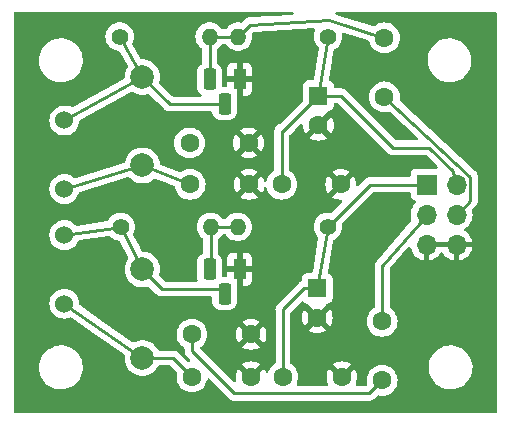
<source format=gbr>
%TF.GenerationSoftware,KiCad,Pcbnew,7.0.1*%
%TF.CreationDate,2023-08-20T15:53:23+02:00*%
%TF.ProjectId,GewitterMonitorAntenne,47657769-7474-4657-924d-6f6e69746f72,rev?*%
%TF.SameCoordinates,Original*%
%TF.FileFunction,Copper,L1,Top*%
%TF.FilePolarity,Positive*%
%FSLAX46Y46*%
G04 Gerber Fmt 4.6, Leading zero omitted, Abs format (unit mm)*
G04 Created by KiCad (PCBNEW 7.0.1) date 2023-08-20 15:53:23*
%MOMM*%
%LPD*%
G01*
G04 APERTURE LIST*
G04 Aperture macros list*
%AMRoundRect*
0 Rectangle with rounded corners*
0 $1 Rounding radius*
0 $2 $3 $4 $5 $6 $7 $8 $9 X,Y pos of 4 corners*
0 Add a 4 corners polygon primitive as box body*
4,1,4,$2,$3,$4,$5,$6,$7,$8,$9,$2,$3,0*
0 Add four circle primitives for the rounded corners*
1,1,$1+$1,$2,$3*
1,1,$1+$1,$4,$5*
1,1,$1+$1,$6,$7*
1,1,$1+$1,$8,$9*
0 Add four rect primitives between the rounded corners*
20,1,$1+$1,$2,$3,$4,$5,0*
20,1,$1+$1,$4,$5,$6,$7,0*
20,1,$1+$1,$6,$7,$8,$9,0*
20,1,$1+$1,$8,$9,$2,$3,0*%
G04 Aperture macros list end*
%TA.AperFunction,ComponentPad*%
%ADD10C,1.524000*%
%TD*%
%TA.AperFunction,ComponentPad*%
%ADD11R,1.600000X1.600000*%
%TD*%
%TA.AperFunction,ComponentPad*%
%ADD12C,1.600000*%
%TD*%
%TA.AperFunction,ComponentPad*%
%ADD13RoundRect,0.275000X0.275000X0.625000X-0.275000X0.625000X-0.275000X-0.625000X0.275000X-0.625000X0*%
%TD*%
%TA.AperFunction,ComponentPad*%
%ADD14R,1.100000X1.800000*%
%TD*%
%TA.AperFunction,ComponentPad*%
%ADD15C,1.400000*%
%TD*%
%TA.AperFunction,ComponentPad*%
%ADD16O,1.400000X1.400000*%
%TD*%
%TA.AperFunction,ComponentPad*%
%ADD17R,1.700000X1.700000*%
%TD*%
%TA.AperFunction,ComponentPad*%
%ADD18O,1.700000X1.700000*%
%TD*%
%TA.AperFunction,ComponentPad*%
%ADD19C,2.000000*%
%TD*%
%TA.AperFunction,Conductor*%
%ADD20C,0.250000*%
%TD*%
G04 APERTURE END LIST*
D10*
%TO.P,L1,1,1*%
%TO.N,Net-(U1-In)*%
X141500000Y-71800000D03*
%TO.P,L1,2,2*%
%TO.N,Net-(C5-Pad2)*%
X141500000Y-77600000D03*
%TD*%
%TO.P,L2,1,1*%
%TO.N,Net-(U2-In)*%
X141500000Y-81500000D03*
%TO.P,L2,2,2*%
%TO.N,Net-(C7-Pad2)*%
X141500000Y-87300000D03*
%TD*%
D11*
%TO.P,C2,1*%
%TO.N,Net-(J1-Pin_2)*%
X163000000Y-69700000D03*
D12*
%TO.P,C2,2*%
%TO.N,GND*%
X163000000Y-72200000D03*
%TD*%
%TO.P,C11,1*%
%TO.N,Net-(U2-Out)*%
X168400000Y-93800000D03*
%TO.P,C11,2*%
%TO.N,Net-(J1-Pin_3)*%
X168400000Y-88800000D03*
%TD*%
%TO.P,C6,1*%
%TO.N,Net-(C5-Pad2)*%
X152140000Y-77200000D03*
%TO.P,C6,2*%
%TO.N,GND*%
X157140000Y-77200000D03*
%TD*%
%TO.P,C1,2*%
%TO.N,GND*%
X164900000Y-77200000D03*
%TO.P,C1,1*%
%TO.N,Net-(J1-Pin_2)*%
X159900000Y-77200000D03*
%TD*%
D13*
%TO.P,U2,3,Out*%
%TO.N,Net-(U2-Out)*%
X153800000Y-84400000D03*
%TO.P,U2,2,In*%
%TO.N,Net-(U2-In)*%
X155070000Y-86470000D03*
D14*
%TO.P,U2,1,GND*%
%TO.N,GND*%
X156340000Y-84400000D03*
%TD*%
%TO.P,U1,1,GND*%
%TO.N,GND*%
X156340000Y-68300000D03*
D13*
%TO.P,U1,2,In*%
%TO.N,Net-(U1-In)*%
X155070000Y-70370000D03*
%TO.P,U1,3,Out*%
%TO.N,Net-(U1-Out)*%
X153800000Y-68300000D03*
%TD*%
D15*
%TO.P,R4,1*%
%TO.N,Net-(J1-Pin_1)*%
X163800000Y-80800000D03*
D16*
%TO.P,R4,2*%
%TO.N,Net-(U2-Out)*%
X156180000Y-80800000D03*
%TD*%
D15*
%TO.P,R3,1*%
%TO.N,Net-(U2-In)*%
X146280000Y-80800000D03*
D16*
%TO.P,R3,2*%
%TO.N,Net-(U2-Out)*%
X153900000Y-80800000D03*
%TD*%
D15*
%TO.P,R2,1*%
%TO.N,Net-(U1-In)*%
X146180000Y-64700000D03*
D16*
%TO.P,R2,2*%
%TO.N,Net-(U1-Out)*%
X153800000Y-64700000D03*
%TD*%
D15*
%TO.P,R1,1*%
%TO.N,Net-(J1-Pin_2)*%
X163820000Y-64700000D03*
D16*
%TO.P,R1,2*%
%TO.N,Net-(U1-Out)*%
X156200000Y-64700000D03*
%TD*%
D17*
%TO.P,J1,1,Pin_1*%
%TO.N,Net-(J1-Pin_1)*%
X172160000Y-77220000D03*
D18*
%TO.P,J1,2,Pin_2*%
%TO.N,Net-(J1-Pin_2)*%
X174700000Y-77220000D03*
%TO.P,J1,3,Pin_3*%
%TO.N,Net-(J1-Pin_3)*%
X172160000Y-79760000D03*
%TO.P,J1,4,Pin_4*%
%TO.N,Net-(J1-Pin_4)*%
X174700000Y-79760000D03*
%TO.P,J1,5,Pin_5*%
%TO.N,GND*%
X172160000Y-82300000D03*
%TO.P,J1,6,Pin_6*%
X174700000Y-82300000D03*
%TD*%
D11*
%TO.P,C12,1*%
%TO.N,Net-(J1-Pin_1)*%
X162900000Y-86000000D03*
D12*
%TO.P,C12,2*%
%TO.N,GND*%
X162900000Y-88500000D03*
%TD*%
%TO.P,C10,1*%
%TO.N,Net-(J1-Pin_1)*%
X160000000Y-93500000D03*
%TO.P,C10,2*%
%TO.N,GND*%
X165000000Y-93500000D03*
%TD*%
%TO.P,C9,2*%
%TO.N,GND*%
X157300000Y-89900000D03*
%TO.P,C9,1*%
%TO.N,Net-(U2-Out)*%
X152300000Y-89900000D03*
%TD*%
%TO.P,C8,1*%
%TO.N,Net-(C7-Pad2)*%
X152300000Y-93500000D03*
%TO.P,C8,2*%
%TO.N,GND*%
X157300000Y-93500000D03*
%TD*%
D19*
%TO.P,C7,1*%
%TO.N,Net-(U2-In)*%
X148100000Y-84400000D03*
%TO.P,C7,2*%
%TO.N,Net-(C7-Pad2)*%
X148100000Y-91900000D03*
%TD*%
%TO.P,C5,1*%
%TO.N,Net-(U1-In)*%
X148100000Y-68100000D03*
%TO.P,C5,2*%
%TO.N,Net-(C5-Pad2)*%
X148100000Y-75600000D03*
%TD*%
D12*
%TO.P,C4,1*%
%TO.N,Net-(U1-Out)*%
X152100000Y-73700000D03*
%TO.P,C4,2*%
%TO.N,GND*%
X157100000Y-73700000D03*
%TD*%
%TO.P,C3,1*%
%TO.N,Net-(U1-Out)*%
X168600000Y-64800000D03*
%TO.P,C3,2*%
%TO.N,Net-(J1-Pin_4)*%
X168600000Y-69800000D03*
%TD*%
D20*
%TO.N,Net-(J1-Pin_2)*%
X163000000Y-69700000D02*
X163820000Y-64700000D01*
%TO.N,Net-(U1-Out)*%
X157225000Y-63675000D02*
X156200000Y-64700000D01*
X163900000Y-63300000D02*
X157225000Y-63675000D01*
X168600000Y-64800000D02*
X163900000Y-63300000D01*
%TO.N,Net-(J1-Pin_1)*%
X162900000Y-86000000D02*
X163800000Y-80800000D01*
%TO.N,Net-(C7-Pad2)*%
X141500000Y-87300000D02*
X148100000Y-91900000D01*
%TO.N,Net-(U1-In)*%
X146180000Y-64700000D02*
X148100000Y-68100000D01*
%TO.N,Net-(U2-In)*%
X146280000Y-80800000D02*
X148100000Y-84400000D01*
X141500000Y-81500000D02*
X146280000Y-80800000D01*
%TO.N,Net-(C5-Pad2)*%
X148100000Y-75600000D02*
X152140000Y-77200000D01*
X141500000Y-77600000D02*
X148100000Y-75600000D01*
%TO.N,Net-(U1-In)*%
X141500000Y-71800000D02*
X148100000Y-68100000D01*
%TO.N,Net-(J1-Pin_2)*%
X163000000Y-69700000D02*
X164900000Y-69700000D01*
%TO.N,Net-(J1-Pin_4)*%
X175875000Y-78585000D02*
X174700000Y-79760000D01*
X175875000Y-76543630D02*
X175875000Y-78585000D01*
X168600000Y-69800000D02*
X175875000Y-76543630D01*
%TO.N,Net-(J1-Pin_2)*%
X174600000Y-77120000D02*
X174700000Y-77220000D01*
X174400000Y-76100000D02*
X174600000Y-77120000D01*
X172400000Y-74100000D02*
X174400000Y-76100000D01*
X169300000Y-74100000D02*
X172400000Y-74100000D01*
X164900000Y-69700000D02*
X169300000Y-74100000D01*
%TO.N,Net-(J1-Pin_3)*%
X168400000Y-84120000D02*
X172160000Y-79760000D01*
%TO.N,Net-(J1-Pin_1)*%
X172160000Y-77220000D02*
X167380000Y-77220000D01*
%TO.N,Net-(U2-Out)*%
X152300000Y-91300000D02*
X152300000Y-89900000D01*
X167300000Y-94900000D02*
X155900000Y-94900000D01*
X155900000Y-94900000D02*
X152300000Y-91300000D01*
X168400000Y-93800000D02*
X167300000Y-94900000D01*
X153900000Y-84700000D02*
X153800000Y-84800000D01*
X153900000Y-80800000D02*
X153900000Y-84700000D01*
X153900000Y-80800000D02*
X156180000Y-80800000D01*
%TO.N,Net-(J1-Pin_1)*%
X160000000Y-87800000D02*
X161800000Y-86000000D01*
X161800000Y-86000000D02*
X162900000Y-86000000D01*
X160000000Y-93500000D02*
X160000000Y-87800000D01*
%TO.N,Net-(C7-Pad2)*%
X150700000Y-91900000D02*
X152300000Y-93500000D01*
X148100000Y-91900000D02*
X150700000Y-91900000D01*
%TO.N,Net-(U2-In)*%
X148100000Y-84400000D02*
X149770000Y-86070000D01*
X149770000Y-86070000D02*
X155070000Y-86070000D01*
%TO.N,Net-(J1-Pin_1)*%
X167380000Y-77220000D02*
X163800000Y-80800000D01*
%TO.N,Net-(J1-Pin_3)*%
X168400000Y-88800000D02*
X168400000Y-84120000D01*
%TO.N,Net-(J1-Pin_2)*%
X160000000Y-72700000D02*
X159900000Y-72700000D01*
X163000000Y-69700000D02*
X160000000Y-72700000D01*
X159900000Y-72700000D02*
X159900000Y-77200000D01*
%TO.N,Net-(U1-Out)*%
X153800000Y-64700000D02*
X156200000Y-64700000D01*
X153800000Y-64700000D02*
X153800000Y-68700000D01*
%TO.N,Net-(U1-In)*%
X154640000Y-70400000D02*
X155070000Y-69970000D01*
X150400000Y-70400000D02*
X154640000Y-70400000D01*
X148100000Y-68100000D02*
X150400000Y-70400000D01*
%TD*%
%TA.AperFunction,Conductor*%
%TO.N,GND*%
G36*
X160842749Y-62616538D02*
G01*
X160887965Y-62660502D01*
X160905707Y-62721021D01*
X160891387Y-62782440D01*
X160848709Y-62828871D01*
X160788711Y-62848305D01*
X157199145Y-63049966D01*
X157196085Y-63050100D01*
X157126370Y-63052291D01*
X157086856Y-63063770D01*
X157074685Y-63066649D01*
X157034203Y-63074091D01*
X157013715Y-63083564D01*
X156996275Y-63090087D01*
X156974607Y-63096382D01*
X156939173Y-63117337D01*
X156928101Y-63123152D01*
X156890757Y-63140420D01*
X156873276Y-63154685D01*
X156858008Y-63165339D01*
X156838580Y-63176830D01*
X156838578Y-63176831D01*
X156838579Y-63176831D01*
X156809471Y-63205937D01*
X156800192Y-63214323D01*
X156768310Y-63240339D01*
X156754925Y-63258505D01*
X156742782Y-63272626D01*
X156529893Y-63485515D01*
X156478892Y-63516285D01*
X156419428Y-63519723D01*
X156311243Y-63499500D01*
X156088757Y-63499500D01*
X155916328Y-63531733D01*
X155870060Y-63540382D01*
X155662595Y-63620754D01*
X155473437Y-63737875D01*
X155309019Y-63887762D01*
X155205212Y-64025227D01*
X155161530Y-64061500D01*
X155106258Y-64074500D01*
X154893742Y-64074500D01*
X154838470Y-64061500D01*
X154794788Y-64025227D01*
X154690980Y-63887762D01*
X154526562Y-63737875D01*
X154337404Y-63620754D01*
X154214810Y-63573261D01*
X154129940Y-63540382D01*
X153911243Y-63499500D01*
X153688757Y-63499500D01*
X153516328Y-63531733D01*
X153470060Y-63540382D01*
X153262595Y-63620754D01*
X153073437Y-63737875D01*
X152909019Y-63887762D01*
X152774941Y-64065311D01*
X152675769Y-64264473D01*
X152614885Y-64478462D01*
X152594357Y-64700000D01*
X152614885Y-64921537D01*
X152675769Y-65135526D01*
X152774941Y-65334688D01*
X152909019Y-65512237D01*
X153073439Y-65662125D01*
X153115778Y-65688341D01*
X153158829Y-65733428D01*
X153174500Y-65793767D01*
X153174500Y-66910818D01*
X153159028Y-66970799D01*
X153116472Y-67015812D01*
X153038422Y-67064853D01*
X152914852Y-67188423D01*
X152821877Y-67336393D01*
X152764158Y-67501343D01*
X152749500Y-67631444D01*
X152749500Y-68968556D01*
X152764158Y-69098656D01*
X152821877Y-69263606D01*
X152914852Y-69411576D01*
X153038421Y-69535145D01*
X153054910Y-69545506D01*
X153098132Y-69591740D01*
X153112907Y-69653282D01*
X153095386Y-69714099D01*
X153050133Y-69758348D01*
X152988938Y-69774500D01*
X150710453Y-69774500D01*
X150663000Y-69765061D01*
X150622772Y-69738181D01*
X149563661Y-68679070D01*
X149531791Y-68624307D01*
X149531136Y-68560949D01*
X149542933Y-68514364D01*
X149585108Y-68347821D01*
X149605643Y-68100000D01*
X149585108Y-67852179D01*
X149524063Y-67611119D01*
X149424173Y-67383393D01*
X149288164Y-67175215D01*
X149119744Y-66992262D01*
X149015105Y-66910818D01*
X148923514Y-66839529D01*
X148923510Y-66839526D01*
X148923509Y-66839526D01*
X148704810Y-66721172D01*
X148704806Y-66721170D01*
X148704805Y-66721170D01*
X148469615Y-66640429D01*
X148224335Y-66599500D01*
X148043383Y-66599500D01*
X147980872Y-66582590D01*
X147935410Y-66536473D01*
X147566117Y-65882517D01*
X147261649Y-65343356D01*
X147245665Y-65285612D01*
X147258623Y-65227115D01*
X147304229Y-65135528D01*
X147365115Y-64921536D01*
X147385643Y-64700000D01*
X147365115Y-64478464D01*
X147319912Y-64319592D01*
X147304230Y-64264473D01*
X147205058Y-64065311D01*
X147070980Y-63887762D01*
X146906562Y-63737875D01*
X146717404Y-63620754D01*
X146594810Y-63573261D01*
X146509940Y-63540382D01*
X146291243Y-63499500D01*
X146068757Y-63499500D01*
X145896328Y-63531733D01*
X145850060Y-63540382D01*
X145642595Y-63620754D01*
X145453437Y-63737875D01*
X145289019Y-63887762D01*
X145154941Y-64065311D01*
X145055769Y-64264473D01*
X144994885Y-64478462D01*
X144974357Y-64700000D01*
X144994885Y-64921537D01*
X145055769Y-65135526D01*
X145154941Y-65334688D01*
X145289019Y-65512237D01*
X145453437Y-65662124D01*
X145642595Y-65779245D01*
X145642597Y-65779245D01*
X145642599Y-65779247D01*
X145850060Y-65859618D01*
X146068757Y-65900500D01*
X146068759Y-65900500D01*
X146080052Y-65902611D01*
X146079809Y-65903909D01*
X146129716Y-65917410D01*
X146175177Y-65963526D01*
X146552801Y-66632235D01*
X146846642Y-67152580D01*
X146862604Y-67217560D01*
X146842478Y-67281374D01*
X146775826Y-67383393D01*
X146675937Y-67611117D01*
X146614891Y-67852183D01*
X146594356Y-68099996D01*
X146597830Y-68141923D01*
X146592781Y-68188589D01*
X146570749Y-68230035D01*
X146534890Y-68260323D01*
X142213653Y-70682835D01*
X142157641Y-70698586D01*
X142100611Y-70687054D01*
X141933452Y-70609106D01*
X141720065Y-70551929D01*
X141500000Y-70532676D01*
X141279934Y-70551929D01*
X141066548Y-70609106D01*
X140866338Y-70702466D01*
X140685379Y-70829174D01*
X140529174Y-70985379D01*
X140402466Y-71166338D01*
X140309106Y-71366548D01*
X140251929Y-71579934D01*
X140232676Y-71800000D01*
X140251929Y-72020065D01*
X140309106Y-72233451D01*
X140353856Y-72329417D01*
X140402466Y-72433662D01*
X140529174Y-72614620D01*
X140685380Y-72770826D01*
X140866338Y-72897534D01*
X141066550Y-72990894D01*
X141279932Y-73048070D01*
X141500000Y-73067323D01*
X141720068Y-73048070D01*
X141933450Y-72990894D01*
X142133662Y-72897534D01*
X142314620Y-72770826D01*
X142470826Y-72614620D01*
X142597534Y-72433662D01*
X142690894Y-72233450D01*
X142748070Y-72020068D01*
X142761001Y-71872258D01*
X142780372Y-71815780D01*
X142823890Y-71774903D01*
X147143636Y-69353228D01*
X147189404Y-69338287D01*
X147237417Y-69341906D01*
X147266846Y-69356707D01*
X147267455Y-69355583D01*
X147276486Y-69360470D01*
X147276491Y-69360474D01*
X147495190Y-69478828D01*
X147730386Y-69559571D01*
X147975665Y-69600500D01*
X148224335Y-69600500D01*
X148469614Y-69559571D01*
X148549287Y-69532218D01*
X148617496Y-69528691D01*
X148677228Y-69561818D01*
X149361905Y-70246496D01*
X149899196Y-70783787D01*
X149912096Y-70799888D01*
X149963223Y-70847900D01*
X149966020Y-70850611D01*
X149985529Y-70870120D01*
X149988711Y-70872588D01*
X149997571Y-70880155D01*
X150029417Y-70910061D01*
X150029418Y-70910062D01*
X150046970Y-70919711D01*
X150063238Y-70930397D01*
X150067847Y-70933972D01*
X150079064Y-70942673D01*
X150119146Y-70960017D01*
X150129633Y-70965155D01*
X150167907Y-70986197D01*
X150176410Y-70988379D01*
X150187308Y-70991178D01*
X150205713Y-70997478D01*
X150224104Y-71005437D01*
X150267250Y-71012270D01*
X150278668Y-71014635D01*
X150320981Y-71025500D01*
X150341016Y-71025500D01*
X150360415Y-71027027D01*
X150380196Y-71030160D01*
X150423674Y-71026050D01*
X150435344Y-71025500D01*
X153907216Y-71025500D01*
X153965157Y-71039870D01*
X154009670Y-71079648D01*
X154030436Y-71135617D01*
X154034158Y-71168656D01*
X154091877Y-71333606D01*
X154184852Y-71481576D01*
X154308423Y-71605147D01*
X154456393Y-71698122D01*
X154621343Y-71755841D01*
X154751444Y-71770500D01*
X154751448Y-71770500D01*
X155388552Y-71770500D01*
X155388556Y-71770500D01*
X155492635Y-71758772D01*
X155518657Y-71755841D01*
X155683606Y-71698122D01*
X155831576Y-71605147D01*
X155955147Y-71481576D01*
X156048122Y-71333606D01*
X156105841Y-71168657D01*
X156109564Y-71135617D01*
X156120500Y-71038556D01*
X156120500Y-69701444D01*
X156108139Y-69591740D01*
X156105841Y-69571343D01*
X156096958Y-69545959D01*
X156090000Y-69505005D01*
X156090000Y-68550000D01*
X156590000Y-68550000D01*
X156590000Y-69700000D01*
X156937824Y-69700000D01*
X156997375Y-69693597D01*
X157132089Y-69643352D01*
X157247188Y-69557188D01*
X157333352Y-69442089D01*
X157383597Y-69307375D01*
X157390000Y-69247824D01*
X157390000Y-68550000D01*
X156590000Y-68550000D01*
X156090000Y-68550000D01*
X155290000Y-68550000D01*
X155290000Y-68845500D01*
X155273387Y-68907500D01*
X155228000Y-68952887D01*
X155166000Y-68969500D01*
X154974500Y-68969500D01*
X154912500Y-68952887D01*
X154867113Y-68907500D01*
X154850500Y-68845500D01*
X154850500Y-68050000D01*
X155290000Y-68050000D01*
X156090000Y-68050000D01*
X156090000Y-66900000D01*
X156590000Y-66900000D01*
X156590000Y-68050000D01*
X157390000Y-68050000D01*
X157390000Y-67352176D01*
X157383597Y-67292624D01*
X157333352Y-67157910D01*
X157247188Y-67042811D01*
X157132089Y-66956647D01*
X156997375Y-66906402D01*
X156937824Y-66900000D01*
X156590000Y-66900000D01*
X156090000Y-66900000D01*
X155742176Y-66900000D01*
X155682624Y-66906402D01*
X155547910Y-66956647D01*
X155432811Y-67042811D01*
X155346647Y-67157910D01*
X155296402Y-67292624D01*
X155290000Y-67352176D01*
X155290000Y-68050000D01*
X154850500Y-68050000D01*
X154850500Y-67631444D01*
X154835841Y-67501343D01*
X154778122Y-67336393D01*
X154685147Y-67188423D01*
X154561577Y-67064853D01*
X154483528Y-67015812D01*
X154440972Y-66970799D01*
X154425500Y-66910818D01*
X154425500Y-65793767D01*
X154441171Y-65733428D01*
X154484222Y-65688341D01*
X154526560Y-65662125D01*
X154526559Y-65662125D01*
X154526562Y-65662124D01*
X154690981Y-65512236D01*
X154794788Y-65374772D01*
X154838470Y-65338500D01*
X154893742Y-65325500D01*
X155106258Y-65325500D01*
X155161530Y-65338500D01*
X155205212Y-65374773D01*
X155309019Y-65512237D01*
X155473437Y-65662124D01*
X155662595Y-65779245D01*
X155662597Y-65779245D01*
X155662599Y-65779247D01*
X155870060Y-65859618D01*
X156088757Y-65900500D01*
X156311241Y-65900500D01*
X156311243Y-65900500D01*
X156529940Y-65859618D01*
X156737401Y-65779247D01*
X156926562Y-65662124D01*
X157090981Y-65512236D01*
X157225058Y-65334689D01*
X157324229Y-65135528D01*
X157385115Y-64921536D01*
X157405643Y-64700000D01*
X157385115Y-64478464D01*
X157384055Y-64467022D01*
X157387326Y-64466718D01*
X157386807Y-64421959D01*
X157419146Y-64365444D01*
X157464998Y-64319592D01*
X157502031Y-64294088D01*
X157545723Y-64283468D01*
X162621170Y-63998330D01*
X162683850Y-64011363D01*
X162731677Y-64053925D01*
X162751898Y-64114670D01*
X162739124Y-64177406D01*
X162695769Y-64264475D01*
X162634885Y-64478462D01*
X162614357Y-64700000D01*
X162634885Y-64921537D01*
X162695769Y-65135526D01*
X162794941Y-65334688D01*
X162929019Y-65512237D01*
X162987105Y-65565189D01*
X163020693Y-65616115D01*
X163025932Y-65676894D01*
X162596469Y-68295568D01*
X162574156Y-68348751D01*
X162530197Y-68386087D01*
X162474104Y-68399500D01*
X162152130Y-68399500D01*
X162092515Y-68405909D01*
X161957669Y-68456204D01*
X161842454Y-68542454D01*
X161756204Y-68657668D01*
X161705909Y-68792516D01*
X161699500Y-68852131D01*
X161699500Y-70064546D01*
X161690061Y-70111999D01*
X161663181Y-70152227D01*
X159733069Y-72082338D01*
X159683708Y-72112587D01*
X159631560Y-72129531D01*
X159624656Y-72133913D01*
X159603876Y-72144501D01*
X159596268Y-72147513D01*
X159551389Y-72180119D01*
X159544952Y-72184494D01*
X159498120Y-72214215D01*
X159492528Y-72220171D01*
X159475031Y-72235597D01*
X159468412Y-72240406D01*
X159433053Y-72283146D01*
X159427905Y-72288986D01*
X159389938Y-72329417D01*
X159385997Y-72336586D01*
X159372886Y-72355878D01*
X159367675Y-72362176D01*
X159344060Y-72412360D01*
X159340526Y-72419296D01*
X159313802Y-72467908D01*
X159311770Y-72475823D01*
X159303868Y-72497774D01*
X159300385Y-72505174D01*
X159289993Y-72559650D01*
X159288295Y-72567247D01*
X159274500Y-72620980D01*
X159274500Y-72629151D01*
X159272304Y-72652385D01*
X159270772Y-72660412D01*
X159274255Y-72715759D01*
X159274500Y-72723545D01*
X159274500Y-75985812D01*
X159260489Y-76043069D01*
X159221623Y-76087387D01*
X159060859Y-76199953D01*
X158899953Y-76360859D01*
X158769432Y-76547264D01*
X158673261Y-76753502D01*
X158639516Y-76879441D01*
X158607422Y-76935028D01*
X158551834Y-76967122D01*
X158487647Y-76967122D01*
X158432060Y-76935028D01*
X158399966Y-76879441D01*
X158366266Y-76753673D01*
X158270133Y-76547515D01*
X158219025Y-76474526D01*
X157493553Y-77200000D01*
X157493553Y-77200001D01*
X158219025Y-77925472D01*
X158270134Y-77852480D01*
X158366266Y-77646327D01*
X158399966Y-77520558D01*
X158432060Y-77464971D01*
X158487647Y-77432877D01*
X158551834Y-77432877D01*
X158607422Y-77464971D01*
X158639516Y-77520558D01*
X158673261Y-77646497D01*
X158769432Y-77852735D01*
X158899953Y-78039140D01*
X159060859Y-78200046D01*
X159247264Y-78330567D01*
X159247265Y-78330567D01*
X159247266Y-78330568D01*
X159453504Y-78426739D01*
X159673308Y-78485635D01*
X159900000Y-78505468D01*
X160126692Y-78485635D01*
X160346496Y-78426739D01*
X160552734Y-78330568D01*
X160739139Y-78200047D01*
X160900047Y-78039139D01*
X161030568Y-77852734D01*
X161126739Y-77646496D01*
X161185635Y-77426692D01*
X161205468Y-77200000D01*
X161205468Y-77199999D01*
X163595033Y-77199999D01*
X163614858Y-77426602D01*
X163673733Y-77646326D01*
X163769866Y-77852484D01*
X163820972Y-77925471D01*
X163820974Y-77925472D01*
X164546446Y-77200001D01*
X164546446Y-77200000D01*
X163820973Y-76474526D01*
X163820973Y-76474527D01*
X163769865Y-76547516D01*
X163673733Y-76753672D01*
X163614858Y-76973397D01*
X163595033Y-77199999D01*
X161205468Y-77199999D01*
X161185635Y-76973308D01*
X161126739Y-76753504D01*
X161030568Y-76547266D01*
X161027000Y-76542171D01*
X160900046Y-76360859D01*
X160739140Y-76199953D01*
X160626343Y-76120973D01*
X164174526Y-76120973D01*
X164900000Y-76846446D01*
X164900001Y-76846446D01*
X165625472Y-76120974D01*
X165625471Y-76120972D01*
X165552484Y-76069866D01*
X165346326Y-75973733D01*
X165126602Y-75914858D01*
X164900000Y-75895033D01*
X164673397Y-75914858D01*
X164453672Y-75973733D01*
X164247516Y-76069865D01*
X164174527Y-76120973D01*
X164174526Y-76120973D01*
X160626343Y-76120973D01*
X160578377Y-76087387D01*
X160539511Y-76043069D01*
X160525500Y-75985812D01*
X160525500Y-73279026D01*
X162274526Y-73279026D01*
X162347515Y-73330133D01*
X162553673Y-73426266D01*
X162773397Y-73485141D01*
X163000000Y-73504966D01*
X163226602Y-73485141D01*
X163446326Y-73426266D01*
X163652480Y-73330134D01*
X163725472Y-73279025D01*
X163000001Y-72553553D01*
X163000000Y-72553553D01*
X162274526Y-73279025D01*
X162274526Y-73279026D01*
X160525500Y-73279026D01*
X160525500Y-73110452D01*
X160534939Y-73062999D01*
X160561819Y-73022771D01*
X161021106Y-72563484D01*
X161483897Y-72100692D01*
X161535323Y-72069792D01*
X161595237Y-72066652D01*
X161649612Y-72092007D01*
X161685719Y-72139922D01*
X161693530Y-72189241D01*
X161694088Y-72189193D01*
X161694784Y-72197159D01*
X161695105Y-72199180D01*
X161695033Y-72199998D01*
X161714858Y-72426602D01*
X161773733Y-72646326D01*
X161869866Y-72852484D01*
X161920972Y-72925471D01*
X161920973Y-72925472D01*
X162646447Y-72199999D01*
X163353553Y-72199999D01*
X164079025Y-72925472D01*
X164130134Y-72852480D01*
X164226266Y-72646326D01*
X164285141Y-72426602D01*
X164304966Y-72200000D01*
X164285141Y-71973397D01*
X164226266Y-71753673D01*
X164130133Y-71547515D01*
X164079025Y-71474526D01*
X163353553Y-72199999D01*
X162646447Y-72199999D01*
X163000000Y-71846447D01*
X163730414Y-71116031D01*
X163739443Y-71068849D01*
X163785157Y-71018961D01*
X163841456Y-71002993D01*
X163841265Y-71001209D01*
X163847869Y-71000499D01*
X163847872Y-71000499D01*
X163907483Y-70994091D01*
X164042331Y-70943796D01*
X164157546Y-70857546D01*
X164243796Y-70742331D01*
X164294091Y-70607483D01*
X164300500Y-70547873D01*
X164300500Y-70449500D01*
X164317113Y-70387500D01*
X164362500Y-70342113D01*
X164424500Y-70325500D01*
X164589548Y-70325500D01*
X164637001Y-70334939D01*
X164677229Y-70361819D01*
X168799197Y-74483787D01*
X168812098Y-74499889D01*
X168814212Y-74501874D01*
X168814214Y-74501877D01*
X168853894Y-74539139D01*
X168863240Y-74547916D01*
X168866036Y-74550626D01*
X168885530Y-74570120D01*
X168888704Y-74572582D01*
X168897568Y-74580153D01*
X168929418Y-74610062D01*
X168939914Y-74615832D01*
X168946974Y-74619714D01*
X168963231Y-74630392D01*
X168979064Y-74642674D01*
X168995185Y-74649649D01*
X169019156Y-74660023D01*
X169029643Y-74665160D01*
X169067908Y-74686197D01*
X169087316Y-74691180D01*
X169105710Y-74697478D01*
X169124105Y-74705438D01*
X169167254Y-74712271D01*
X169178680Y-74714638D01*
X169194222Y-74718629D01*
X169220980Y-74725500D01*
X169220981Y-74725500D01*
X169241016Y-74725500D01*
X169260413Y-74727026D01*
X169280196Y-74730160D01*
X169323674Y-74726050D01*
X169335344Y-74725500D01*
X172089548Y-74725500D01*
X172137001Y-74734939D01*
X172177229Y-74761819D01*
X173073228Y-75657819D01*
X173103478Y-75707182D01*
X173108020Y-75764898D01*
X173085865Y-75818385D01*
X173041842Y-75855985D01*
X172985547Y-75869500D01*
X171262130Y-75869500D01*
X171202515Y-75875909D01*
X171067669Y-75926204D01*
X170952454Y-76012454D01*
X170866204Y-76127668D01*
X170815909Y-76262516D01*
X170809500Y-76322131D01*
X170809500Y-76470500D01*
X170792887Y-76532500D01*
X170747500Y-76577887D01*
X170685500Y-76594500D01*
X167462744Y-76594500D01*
X167442236Y-76592235D01*
X167372113Y-76594439D01*
X167368219Y-76594500D01*
X167340650Y-76594500D01*
X167336671Y-76595002D01*
X167325041Y-76595917D01*
X167281372Y-76597289D01*
X167262128Y-76602880D01*
X167243084Y-76606824D01*
X167223208Y-76609335D01*
X167182600Y-76625413D01*
X167171554Y-76629194D01*
X167129610Y-76641382D01*
X167129607Y-76641383D01*
X167112365Y-76651579D01*
X167094904Y-76660133D01*
X167076267Y-76667512D01*
X167040931Y-76693185D01*
X167031174Y-76699595D01*
X166993580Y-76721829D01*
X166979413Y-76735996D01*
X166964624Y-76748626D01*
X166948413Y-76760404D01*
X166920572Y-76794058D01*
X166912711Y-76802697D01*
X166416104Y-77299304D01*
X166364677Y-77330205D01*
X166304762Y-77333345D01*
X166250387Y-77307989D01*
X166214280Y-77260073D01*
X166206469Y-77210758D01*
X166205912Y-77210807D01*
X166205213Y-77202827D01*
X166204895Y-77200814D01*
X166204966Y-77199998D01*
X166185141Y-76973397D01*
X166126266Y-76753673D01*
X166030133Y-76547515D01*
X165979025Y-76474526D01*
X164900000Y-77553553D01*
X164174526Y-78279025D01*
X164174526Y-78279026D01*
X164247515Y-78330133D01*
X164453673Y-78426266D01*
X164673397Y-78485141D01*
X164899996Y-78504966D01*
X164900811Y-78504895D01*
X164902821Y-78505213D01*
X164910807Y-78505912D01*
X164910758Y-78506470D01*
X164960069Y-78514279D01*
X165007986Y-78550386D01*
X165033343Y-78604761D01*
X165030203Y-78664676D01*
X164999302Y-78716104D01*
X164129892Y-79585515D01*
X164078891Y-79616285D01*
X164019426Y-79619722D01*
X163911243Y-79599500D01*
X163688757Y-79599500D01*
X163516328Y-79631733D01*
X163470060Y-79640382D01*
X163262595Y-79720754D01*
X163073437Y-79837875D01*
X162909019Y-79987762D01*
X162774941Y-80165311D01*
X162675769Y-80364473D01*
X162614885Y-80578462D01*
X162594357Y-80800000D01*
X162614885Y-81021537D01*
X162675769Y-81235526D01*
X162774941Y-81434688D01*
X162909019Y-81612237D01*
X162958627Y-81657460D01*
X162992394Y-81708903D01*
X162997272Y-81770244D01*
X162508087Y-84596647D01*
X162485523Y-84649338D01*
X162441672Y-84686252D01*
X162385904Y-84699500D01*
X162052130Y-84699500D01*
X161992515Y-84705909D01*
X161857669Y-84756204D01*
X161742454Y-84842454D01*
X161656204Y-84957668D01*
X161605909Y-85092516D01*
X161599500Y-85152131D01*
X161599500Y-85321149D01*
X161583207Y-85382592D01*
X161538608Y-85427889D01*
X161532355Y-85431586D01*
X161514900Y-85440136D01*
X161496267Y-85447514D01*
X161460926Y-85473189D01*
X161451168Y-85479599D01*
X161413579Y-85501829D01*
X161399410Y-85515998D01*
X161384622Y-85528628D01*
X161368413Y-85540405D01*
X161340572Y-85574058D01*
X161332711Y-85582696D01*
X159616208Y-87299199D01*
X159600110Y-87312096D01*
X159552096Y-87363225D01*
X159549391Y-87366017D01*
X159529874Y-87385534D01*
X159527415Y-87388705D01*
X159519842Y-87397572D01*
X159489935Y-87429420D01*
X159480285Y-87446974D01*
X159469609Y-87463228D01*
X159457326Y-87479063D01*
X159439975Y-87519158D01*
X159434838Y-87529644D01*
X159413802Y-87567907D01*
X159408821Y-87587309D01*
X159402520Y-87605711D01*
X159394561Y-87624102D01*
X159387728Y-87667242D01*
X159385360Y-87678674D01*
X159374500Y-87720978D01*
X159374500Y-87741016D01*
X159372973Y-87760415D01*
X159369840Y-87780194D01*
X159373950Y-87823675D01*
X159374500Y-87835344D01*
X159374500Y-92285812D01*
X159360489Y-92343069D01*
X159321623Y-92387387D01*
X159160859Y-92499953D01*
X158999953Y-92660859D01*
X158869432Y-92847264D01*
X158773259Y-93053506D01*
X158769515Y-93067481D01*
X158737422Y-93123068D01*
X158681834Y-93155161D01*
X158617647Y-93155161D01*
X158562060Y-93123067D01*
X158529966Y-93067480D01*
X158526266Y-93053673D01*
X158430133Y-92847515D01*
X158379025Y-92774526D01*
X157387680Y-93765872D01*
X157332093Y-93797966D01*
X157267905Y-93797966D01*
X157212318Y-93765872D01*
X156220973Y-92774527D01*
X156169865Y-92847516D01*
X156073733Y-93053672D01*
X156014858Y-93273397D01*
X155995033Y-93499999D01*
X156014858Y-93726604D01*
X156042835Y-93831015D01*
X156042835Y-93895202D01*
X156010741Y-93950789D01*
X155955153Y-93982883D01*
X155890966Y-93982883D01*
X155835379Y-93950789D01*
X154516825Y-92632235D01*
X154305563Y-92420973D01*
X156574526Y-92420973D01*
X157300000Y-93146446D01*
X157300001Y-93146446D01*
X158025472Y-92420974D01*
X158025471Y-92420972D01*
X157952484Y-92369866D01*
X157746326Y-92273733D01*
X157526602Y-92214858D01*
X157300000Y-92195033D01*
X157073397Y-92214858D01*
X156853672Y-92273733D01*
X156647516Y-92369865D01*
X156574527Y-92420973D01*
X156574526Y-92420973D01*
X154305563Y-92420973D01*
X153035128Y-91150537D01*
X153006287Y-91105266D01*
X152999281Y-91052048D01*
X153015422Y-91000855D01*
X153035425Y-90979026D01*
X156574526Y-90979026D01*
X156647515Y-91030133D01*
X156853673Y-91126266D01*
X157073397Y-91185141D01*
X157300000Y-91204966D01*
X157526602Y-91185141D01*
X157746326Y-91126266D01*
X157952480Y-91030134D01*
X158025472Y-90979025D01*
X157300001Y-90253553D01*
X157300000Y-90253553D01*
X156574526Y-90979025D01*
X156574526Y-90979026D01*
X153035425Y-90979026D01*
X153051684Y-90961282D01*
X153139139Y-90900047D01*
X153300047Y-90739139D01*
X153430568Y-90552734D01*
X153526739Y-90346496D01*
X153585635Y-90126692D01*
X153605468Y-89900000D01*
X155995033Y-89900000D01*
X156014858Y-90126602D01*
X156073733Y-90346326D01*
X156169866Y-90552484D01*
X156220972Y-90625471D01*
X156220974Y-90625472D01*
X156946446Y-89900001D01*
X157653553Y-89900001D01*
X158379025Y-90625472D01*
X158430134Y-90552480D01*
X158526266Y-90346326D01*
X158585141Y-90126602D01*
X158604966Y-89900000D01*
X158585141Y-89673397D01*
X158526266Y-89453673D01*
X158430133Y-89247515D01*
X158379025Y-89174526D01*
X157653553Y-89900000D01*
X157653553Y-89900001D01*
X156946446Y-89900001D01*
X156946446Y-89900000D01*
X156220973Y-89174526D01*
X156220973Y-89174527D01*
X156169865Y-89247516D01*
X156073733Y-89453672D01*
X156014858Y-89673397D01*
X155995033Y-89900000D01*
X153605468Y-89900000D01*
X153585635Y-89673308D01*
X153526739Y-89453504D01*
X153430568Y-89247266D01*
X153415307Y-89225471D01*
X153300046Y-89060859D01*
X153139140Y-88899953D01*
X153026344Y-88820973D01*
X156574526Y-88820973D01*
X157300000Y-89546446D01*
X157300001Y-89546446D01*
X158025472Y-88820974D01*
X158025471Y-88820972D01*
X157952484Y-88769866D01*
X157746326Y-88673733D01*
X157526602Y-88614858D01*
X157300000Y-88595033D01*
X157073397Y-88614858D01*
X156853672Y-88673733D01*
X156647516Y-88769865D01*
X156574527Y-88820973D01*
X156574526Y-88820973D01*
X153026344Y-88820973D01*
X152952735Y-88769432D01*
X152746497Y-88673261D01*
X152526689Y-88614364D01*
X152300000Y-88594531D01*
X152073310Y-88614364D01*
X151853502Y-88673261D01*
X151647264Y-88769432D01*
X151460859Y-88899953D01*
X151299953Y-89060859D01*
X151169432Y-89247264D01*
X151073261Y-89453502D01*
X151014364Y-89673310D01*
X150994531Y-89899999D01*
X151014364Y-90126689D01*
X151073261Y-90346497D01*
X151169432Y-90552735D01*
X151299953Y-90739140D01*
X151460859Y-90900046D01*
X151621623Y-91012613D01*
X151660489Y-91056931D01*
X151674500Y-91114188D01*
X151674500Y-91217256D01*
X151672235Y-91237762D01*
X151674439Y-91307873D01*
X151674500Y-91311768D01*
X151674500Y-91339349D01*
X151675003Y-91343334D01*
X151675918Y-91354967D01*
X151677290Y-91398626D01*
X151682879Y-91417860D01*
X151686825Y-91436916D01*
X151689335Y-91456792D01*
X151705414Y-91497404D01*
X151709197Y-91508451D01*
X151721382Y-91550391D01*
X151731580Y-91567635D01*
X151740136Y-91585100D01*
X151747514Y-91603732D01*
X151747515Y-91603733D01*
X151773180Y-91639059D01*
X151779593Y-91648822D01*
X151801826Y-91686416D01*
X151801829Y-91686419D01*
X151801830Y-91686420D01*
X151815995Y-91700585D01*
X151828627Y-91715375D01*
X151840406Y-91731587D01*
X151874058Y-91759426D01*
X151882699Y-91767289D01*
X152123708Y-92008298D01*
X152155802Y-92063885D01*
X152155802Y-92128073D01*
X152123708Y-92183660D01*
X152068120Y-92215754D01*
X152004951Y-92232680D01*
X151940764Y-92232680D01*
X151885177Y-92200586D01*
X151200802Y-91516211D01*
X151187906Y-91500113D01*
X151136775Y-91452098D01*
X151133978Y-91449387D01*
X151114470Y-91429879D01*
X151111290Y-91427412D01*
X151102424Y-91419839D01*
X151070582Y-91389938D01*
X151053024Y-91380285D01*
X151036764Y-91369604D01*
X151020936Y-91357327D01*
X150980851Y-91339980D01*
X150970361Y-91334841D01*
X150932091Y-91313802D01*
X150912691Y-91308821D01*
X150894284Y-91302519D01*
X150875897Y-91294562D01*
X150832758Y-91287729D01*
X150821324Y-91285361D01*
X150779019Y-91274500D01*
X150758984Y-91274500D01*
X150739586Y-91272973D01*
X150732162Y-91271797D01*
X150719805Y-91269840D01*
X150719804Y-91269840D01*
X150686751Y-91272964D01*
X150676325Y-91273950D01*
X150664656Y-91274500D01*
X149545150Y-91274500D01*
X149498488Y-91265385D01*
X149458685Y-91239381D01*
X149431594Y-91200310D01*
X149424174Y-91183395D01*
X149373130Y-91105266D01*
X149288164Y-90975215D01*
X149119744Y-90792262D01*
X149051492Y-90739139D01*
X148923514Y-90639529D01*
X148923510Y-90639526D01*
X148923509Y-90639526D01*
X148704810Y-90521172D01*
X148704806Y-90521170D01*
X148704805Y-90521170D01*
X148469615Y-90440429D01*
X148224335Y-90399500D01*
X147975665Y-90399500D01*
X147730384Y-90440429D01*
X147495192Y-90521170D01*
X147405024Y-90569966D01*
X147339027Y-90584713D01*
X147275106Y-90562639D01*
X147260894Y-90552734D01*
X144776194Y-88820973D01*
X142816238Y-87454943D01*
X142774814Y-87405739D01*
X142763612Y-87342407D01*
X142767323Y-87300000D01*
X142748070Y-87079932D01*
X142690894Y-86866550D01*
X142597534Y-86666339D01*
X142470826Y-86485380D01*
X142314620Y-86329174D01*
X142133662Y-86202466D01*
X141933451Y-86109106D01*
X141720065Y-86051929D01*
X141499999Y-86032676D01*
X141279934Y-86051929D01*
X141066548Y-86109106D01*
X140866338Y-86202466D01*
X140685379Y-86329174D01*
X140529174Y-86485379D01*
X140402466Y-86666338D01*
X140309106Y-86866548D01*
X140251929Y-87079934D01*
X140232676Y-87300000D01*
X140251929Y-87520065D01*
X140309106Y-87733451D01*
X140373013Y-87870500D01*
X140402466Y-87933662D01*
X140529174Y-88114620D01*
X140685380Y-88270826D01*
X140866338Y-88397534D01*
X141066550Y-88490894D01*
X141279932Y-88548070D01*
X141500000Y-88567323D01*
X141720068Y-88548070D01*
X141933450Y-88490894D01*
X141977349Y-88470423D01*
X142040428Y-88459264D01*
X142100658Y-88481075D01*
X144180366Y-89930568D01*
X146554261Y-91585101D01*
X146558266Y-91587892D01*
X146599568Y-91636836D01*
X146610940Y-91699860D01*
X146610309Y-91707484D01*
X146594357Y-91900000D01*
X146614891Y-92147816D01*
X146614891Y-92147819D01*
X146614892Y-92147821D01*
X146675937Y-92388881D01*
X146720960Y-92491523D01*
X146775825Y-92616604D01*
X146775827Y-92616607D01*
X146911836Y-92824785D01*
X147080256Y-93007738D01*
X147117875Y-93037018D01*
X147276485Y-93160470D01*
X147276487Y-93160471D01*
X147276491Y-93160474D01*
X147495190Y-93278828D01*
X147730386Y-93359571D01*
X147975665Y-93400500D01*
X148224335Y-93400500D01*
X148469614Y-93359571D01*
X148704810Y-93278828D01*
X148923509Y-93160474D01*
X149119744Y-93007738D01*
X149288164Y-92824785D01*
X149424173Y-92616607D01*
X149426851Y-92610500D01*
X149431594Y-92599690D01*
X149458685Y-92560619D01*
X149498488Y-92534615D01*
X149545150Y-92525500D01*
X150389548Y-92525500D01*
X150437001Y-92534939D01*
X150477229Y-92561819D01*
X151000586Y-93085176D01*
X151032680Y-93140763D01*
X151032680Y-93204949D01*
X151014364Y-93273307D01*
X150994531Y-93500000D01*
X151014364Y-93726689D01*
X151073261Y-93946497D01*
X151169432Y-94152735D01*
X151299953Y-94339140D01*
X151460859Y-94500046D01*
X151647264Y-94630567D01*
X151647265Y-94630567D01*
X151647266Y-94630568D01*
X151853504Y-94726739D01*
X152073308Y-94785635D01*
X152300000Y-94805468D01*
X152526692Y-94785635D01*
X152746496Y-94726739D01*
X152952734Y-94630568D01*
X153139139Y-94500047D01*
X153300047Y-94339139D01*
X153430568Y-94152734D01*
X153526739Y-93946496D01*
X153584244Y-93731880D01*
X153616339Y-93676292D01*
X153671926Y-93644198D01*
X153736114Y-93644198D01*
X153791701Y-93676292D01*
X155399196Y-95283787D01*
X155412096Y-95299888D01*
X155463223Y-95347900D01*
X155466019Y-95350610D01*
X155485529Y-95370120D01*
X155488711Y-95372588D01*
X155497571Y-95380155D01*
X155529418Y-95410062D01*
X155546972Y-95419712D01*
X155563236Y-95430396D01*
X155574972Y-95439499D01*
X155579064Y-95442673D01*
X155603909Y-95453424D01*
X155619152Y-95460021D01*
X155629631Y-95465154D01*
X155667908Y-95486197D01*
X155687306Y-95491177D01*
X155705708Y-95497477D01*
X155724104Y-95505438D01*
X155767261Y-95512273D01*
X155778664Y-95514634D01*
X155820981Y-95525500D01*
X155841016Y-95525500D01*
X155860413Y-95527026D01*
X155880196Y-95530160D01*
X155923674Y-95526050D01*
X155935344Y-95525500D01*
X167217256Y-95525500D01*
X167237762Y-95527764D01*
X167240665Y-95527672D01*
X167240667Y-95527673D01*
X167307872Y-95525561D01*
X167311768Y-95525500D01*
X167339349Y-95525500D01*
X167339350Y-95525500D01*
X167343319Y-95524998D01*
X167354965Y-95524080D01*
X167398627Y-95522709D01*
X167417859Y-95517120D01*
X167436918Y-95513174D01*
X167444091Y-95512268D01*
X167456792Y-95510664D01*
X167497407Y-95494582D01*
X167508444Y-95490803D01*
X167550390Y-95478618D01*
X167567629Y-95468422D01*
X167585102Y-95459862D01*
X167603732Y-95452486D01*
X167639064Y-95426814D01*
X167648830Y-95420400D01*
X167686418Y-95398171D01*
X167686417Y-95398171D01*
X167686420Y-95398170D01*
X167700585Y-95384004D01*
X167715373Y-95371373D01*
X167731587Y-95359594D01*
X167759438Y-95325926D01*
X167767279Y-95317309D01*
X167985177Y-95099411D01*
X168040764Y-95067319D01*
X168104951Y-95067319D01*
X168173308Y-95085635D01*
X168400000Y-95105468D01*
X168626692Y-95085635D01*
X168846496Y-95026739D01*
X169052734Y-94930568D01*
X169239139Y-94800047D01*
X169400047Y-94639139D01*
X169530568Y-94452734D01*
X169626739Y-94246496D01*
X169685635Y-94026692D01*
X169705468Y-93800000D01*
X169685635Y-93573308D01*
X169626739Y-93353504D01*
X169530568Y-93147266D01*
X169474702Y-93067481D01*
X169400046Y-92960859D01*
X169239140Y-92799953D01*
X169193169Y-92767764D01*
X172345787Y-92767764D01*
X172375413Y-93037016D01*
X172409998Y-93169304D01*
X172443928Y-93299088D01*
X172549870Y-93548390D01*
X172549871Y-93548392D01*
X172690982Y-93779611D01*
X172860146Y-93982883D01*
X172864255Y-93987820D01*
X173065998Y-94168582D01*
X173291910Y-94318044D01*
X173336910Y-94339139D01*
X173537177Y-94433021D01*
X173759960Y-94500046D01*
X173796569Y-94511060D01*
X174064561Y-94550500D01*
X174267631Y-94550500D01*
X174267634Y-94550500D01*
X174470156Y-94535677D01*
X174470155Y-94535677D01*
X174734553Y-94476780D01*
X174987558Y-94380014D01*
X175223777Y-94247441D01*
X175438177Y-94081888D01*
X175626186Y-93886881D01*
X175783799Y-93666579D01*
X175907656Y-93425675D01*
X175995118Y-93169305D01*
X176044319Y-92902933D01*
X176054212Y-92632235D01*
X176024586Y-92362982D01*
X175956072Y-92100912D01*
X175850130Y-91851610D01*
X175709018Y-91620390D01*
X175709017Y-91620388D01*
X175535746Y-91412181D01*
X175454460Y-91339349D01*
X175334002Y-91231418D01*
X175108090Y-91081956D01*
X175108086Y-91081954D01*
X174862822Y-90966978D01*
X174603437Y-90888941D01*
X174603431Y-90888940D01*
X174335439Y-90849500D01*
X174132369Y-90849500D01*
X174132366Y-90849500D01*
X173929843Y-90864322D01*
X173665449Y-90923219D01*
X173412441Y-91019986D01*
X173176223Y-91152559D01*
X172961825Y-91318109D01*
X172773813Y-91513120D01*
X172616201Y-91733420D01*
X172492342Y-91974329D01*
X172404881Y-92230695D01*
X172355680Y-92497066D01*
X172345787Y-92767764D01*
X169193169Y-92767764D01*
X169052735Y-92669432D01*
X168846497Y-92573261D01*
X168626689Y-92514364D01*
X168400000Y-92494531D01*
X168173310Y-92514364D01*
X167953502Y-92573261D01*
X167747264Y-92669432D01*
X167560859Y-92799953D01*
X167399953Y-92960859D01*
X167269432Y-93147264D01*
X167173261Y-93353502D01*
X167114364Y-93573310D01*
X167094531Y-93799999D01*
X167114364Y-94026690D01*
X167132680Y-94095047D01*
X167132680Y-94159233D01*
X167100588Y-94214819D01*
X167077229Y-94238179D01*
X167037000Y-94265061D01*
X166989546Y-94274500D01*
X166267877Y-94274500D01*
X166208234Y-94259214D01*
X166163296Y-94217125D01*
X166144142Y-94158610D01*
X166155495Y-94098095D01*
X166226266Y-93946326D01*
X166285141Y-93726602D01*
X166304966Y-93499999D01*
X166285141Y-93273397D01*
X166226266Y-93053673D01*
X166130133Y-92847515D01*
X166079025Y-92774526D01*
X165087680Y-93765872D01*
X165032093Y-93797966D01*
X164967905Y-93797966D01*
X164912318Y-93765872D01*
X163920973Y-92774527D01*
X163869865Y-92847516D01*
X163773733Y-93053672D01*
X163714858Y-93273397D01*
X163695033Y-93499999D01*
X163714858Y-93726602D01*
X163773733Y-93946326D01*
X163844505Y-94098095D01*
X163855858Y-94158610D01*
X163836704Y-94217125D01*
X163791766Y-94259214D01*
X163732123Y-94274500D01*
X161268429Y-94274500D01*
X161208786Y-94259214D01*
X161163848Y-94217125D01*
X161144694Y-94158610D01*
X161156047Y-94098095D01*
X161224737Y-93950789D01*
X161226739Y-93946496D01*
X161285635Y-93726692D01*
X161305468Y-93500000D01*
X161285635Y-93273308D01*
X161226739Y-93053504D01*
X161130568Y-92847266D01*
X161097439Y-92799953D01*
X161000046Y-92660859D01*
X160839140Y-92499953D01*
X160726343Y-92420973D01*
X164274526Y-92420973D01*
X165000000Y-93146446D01*
X165000001Y-93146446D01*
X165725472Y-92420974D01*
X165725471Y-92420972D01*
X165652484Y-92369866D01*
X165446326Y-92273733D01*
X165226602Y-92214858D01*
X165000000Y-92195033D01*
X164773397Y-92214858D01*
X164553672Y-92273733D01*
X164347516Y-92369865D01*
X164274527Y-92420973D01*
X164274526Y-92420973D01*
X160726343Y-92420973D01*
X160678377Y-92387387D01*
X160639511Y-92343069D01*
X160625500Y-92285812D01*
X160625500Y-89579026D01*
X162174526Y-89579026D01*
X162247515Y-89630133D01*
X162453673Y-89726266D01*
X162673397Y-89785141D01*
X162899999Y-89804966D01*
X163126602Y-89785141D01*
X163346326Y-89726266D01*
X163552480Y-89630134D01*
X163625472Y-89579025D01*
X162900001Y-88853553D01*
X162900000Y-88853553D01*
X162174526Y-89579025D01*
X162174526Y-89579026D01*
X160625500Y-89579026D01*
X160625500Y-88500000D01*
X161595033Y-88500000D01*
X161614858Y-88726602D01*
X161673733Y-88946326D01*
X161769866Y-89152484D01*
X161820972Y-89225471D01*
X161820973Y-89225472D01*
X162546446Y-88500000D01*
X162546446Y-88499999D01*
X163253553Y-88499999D01*
X163979025Y-89225472D01*
X164030134Y-89152480D01*
X164126266Y-88946326D01*
X164185141Y-88726602D01*
X164204966Y-88500000D01*
X164185141Y-88273397D01*
X164126266Y-88053673D01*
X164030133Y-87847515D01*
X163979025Y-87774526D01*
X163253553Y-88499999D01*
X162546446Y-88499999D01*
X162546446Y-88499998D01*
X161820973Y-87774527D01*
X161769865Y-87847516D01*
X161673733Y-88053672D01*
X161614858Y-88273397D01*
X161595033Y-88500000D01*
X160625500Y-88500000D01*
X160625500Y-88110452D01*
X160634939Y-88062999D01*
X160661819Y-88022771D01*
X160860915Y-87823675D01*
X161549046Y-87135542D01*
X161610366Y-87102059D01*
X161680058Y-87107043D01*
X161735992Y-87148914D01*
X161742454Y-87157546D01*
X161857669Y-87243796D01*
X161992517Y-87294091D01*
X162052127Y-87300500D01*
X162052131Y-87300499D01*
X162058735Y-87301210D01*
X162058542Y-87303000D01*
X162114824Y-87318950D01*
X162160550Y-87368838D01*
X162169582Y-87416029D01*
X162900000Y-88146446D01*
X162900001Y-88146446D01*
X163630414Y-87416031D01*
X163639443Y-87368849D01*
X163685157Y-87318961D01*
X163741456Y-87302993D01*
X163741265Y-87301209D01*
X163747869Y-87300499D01*
X163747872Y-87300499D01*
X163807483Y-87294091D01*
X163942331Y-87243796D01*
X164057546Y-87157546D01*
X164143796Y-87042331D01*
X164194091Y-86907483D01*
X164200500Y-86847873D01*
X164200499Y-85152128D01*
X164194091Y-85092517D01*
X164143796Y-84957669D01*
X164057546Y-84842454D01*
X163942331Y-84756204D01*
X163858123Y-84724796D01*
X163810904Y-84693326D01*
X163782648Y-84644114D01*
X163779275Y-84587470D01*
X164229616Y-81985499D01*
X164255873Y-81928072D01*
X164307004Y-81891022D01*
X164337401Y-81879247D01*
X164526562Y-81762124D01*
X164690981Y-81612236D01*
X164825058Y-81434689D01*
X164924229Y-81235528D01*
X164985115Y-81021536D01*
X165005643Y-80800000D01*
X164985115Y-80578464D01*
X164984055Y-80567022D01*
X164987330Y-80566718D01*
X164986802Y-80521974D01*
X165019143Y-80465445D01*
X167602770Y-77881819D01*
X167642999Y-77854939D01*
X167690452Y-77845500D01*
X170685501Y-77845500D01*
X170747501Y-77862113D01*
X170792888Y-77907500D01*
X170809501Y-77969500D01*
X170809501Y-78117872D01*
X170811511Y-78136569D01*
X170815909Y-78177484D01*
X170824324Y-78200046D01*
X170866204Y-78312331D01*
X170952454Y-78427546D01*
X171067669Y-78513796D01*
X171157383Y-78547257D01*
X171199082Y-78562810D01*
X171249462Y-78597789D01*
X171276915Y-78652634D01*
X171274726Y-78713926D01*
X171243431Y-78766673D01*
X171121503Y-78888601D01*
X170985965Y-79082170D01*
X170886097Y-79296336D01*
X170824936Y-79524592D01*
X170804340Y-79760000D01*
X170824936Y-79995407D01*
X170880510Y-80202812D01*
X170881612Y-80262561D01*
X170854639Y-80315887D01*
X167936677Y-83699482D01*
X167933167Y-83703382D01*
X167889937Y-83749418D01*
X167866915Y-83791293D01*
X167861570Y-83800123D01*
X167835150Y-83839929D01*
X167829921Y-83854965D01*
X167821469Y-83873962D01*
X167813801Y-83887911D01*
X167801919Y-83934184D01*
X167798939Y-83944065D01*
X167783247Y-83989197D01*
X167781923Y-84005050D01*
X167778458Y-84025562D01*
X167774500Y-84040979D01*
X167774500Y-84088759D01*
X167774070Y-84099080D01*
X167770093Y-84146686D01*
X167772754Y-84162370D01*
X167774500Y-84183106D01*
X167774500Y-87585812D01*
X167760489Y-87643069D01*
X167721623Y-87687387D01*
X167560859Y-87799953D01*
X167399953Y-87960859D01*
X167269432Y-88147264D01*
X167173261Y-88353502D01*
X167114364Y-88573310D01*
X167094531Y-88799999D01*
X167114364Y-89026689D01*
X167173261Y-89246497D01*
X167269432Y-89452735D01*
X167399953Y-89639140D01*
X167560859Y-89800046D01*
X167747264Y-89930567D01*
X167747265Y-89930567D01*
X167747266Y-89930568D01*
X167953504Y-90026739D01*
X168173308Y-90085635D01*
X168400000Y-90105468D01*
X168626692Y-90085635D01*
X168846496Y-90026739D01*
X169052734Y-89930568D01*
X169239139Y-89800047D01*
X169400047Y-89639139D01*
X169530568Y-89452734D01*
X169626739Y-89246496D01*
X169685635Y-89026692D01*
X169705468Y-88800000D01*
X169685635Y-88573308D01*
X169626739Y-88353504D01*
X169530568Y-88147266D01*
X169507709Y-88114620D01*
X169400046Y-87960859D01*
X169239140Y-87799953D01*
X169078377Y-87687387D01*
X169039511Y-87643069D01*
X169025500Y-87585812D01*
X169025500Y-84398542D01*
X169033267Y-84355345D01*
X169055596Y-84317560D01*
X170617204Y-82506759D01*
X170672436Y-82469928D01*
X170738758Y-82466868D01*
X170797152Y-82498462D01*
X170830878Y-82555651D01*
X170886569Y-82763492D01*
X170986399Y-82977576D01*
X171121893Y-83171081D01*
X171288918Y-83338106D01*
X171482423Y-83473600D01*
X171696507Y-83573430D01*
X171909999Y-83630635D01*
X171910000Y-83630636D01*
X171910000Y-82550000D01*
X172410000Y-82550000D01*
X172410000Y-83630635D01*
X172623492Y-83573430D01*
X172837576Y-83473600D01*
X173031081Y-83338106D01*
X173198106Y-83171081D01*
X173328425Y-82984968D01*
X173372743Y-82946103D01*
X173430000Y-82932092D01*
X173487257Y-82946103D01*
X173531575Y-82984968D01*
X173661893Y-83171081D01*
X173828918Y-83338106D01*
X174022423Y-83473600D01*
X174236507Y-83573430D01*
X174449999Y-83630635D01*
X174450000Y-83630636D01*
X174450000Y-82550000D01*
X174950000Y-82550000D01*
X174950000Y-83630635D01*
X175163492Y-83573430D01*
X175377576Y-83473600D01*
X175571081Y-83338106D01*
X175738106Y-83171081D01*
X175873600Y-82977576D01*
X175973430Y-82763492D01*
X176030636Y-82550000D01*
X174950000Y-82550000D01*
X174450000Y-82550000D01*
X172410000Y-82550000D01*
X171910000Y-82550000D01*
X171910000Y-82174000D01*
X171926613Y-82112000D01*
X171972000Y-82066613D01*
X172034000Y-82050000D01*
X176030636Y-82050000D01*
X176030635Y-82049999D01*
X175973430Y-81836507D01*
X175873599Y-81622421D01*
X175738109Y-81428921D01*
X175571081Y-81261893D01*
X175385404Y-81131880D01*
X175346539Y-81087562D01*
X175332528Y-81030305D01*
X175346539Y-80973048D01*
X175385402Y-80928732D01*
X175571401Y-80798495D01*
X175738495Y-80631401D01*
X175874035Y-80437830D01*
X175973903Y-80223663D01*
X176035063Y-79995408D01*
X176055659Y-79760000D01*
X176035063Y-79524592D01*
X176008143Y-79424124D01*
X176008143Y-79359940D01*
X176040235Y-79304354D01*
X176258789Y-79085800D01*
X176274885Y-79072906D01*
X176276873Y-79070787D01*
X176276877Y-79070786D01*
X176322948Y-79021723D01*
X176325566Y-79019023D01*
X176345120Y-78999471D01*
X176347581Y-78996298D01*
X176355156Y-78987427D01*
X176385062Y-78955582D01*
X176394712Y-78938027D01*
X176405400Y-78921757D01*
X176417671Y-78905938D01*
X176417673Y-78905936D01*
X176435026Y-78865832D01*
X176440157Y-78855362D01*
X176444166Y-78848070D01*
X176461197Y-78817092D01*
X176466175Y-78797699D01*
X176472481Y-78779282D01*
X176474018Y-78775728D01*
X176480438Y-78760896D01*
X176487272Y-78717745D01*
X176489635Y-78706331D01*
X176500500Y-78664019D01*
X176500500Y-78643984D01*
X176502027Y-78624585D01*
X176505160Y-78604804D01*
X176501050Y-78561325D01*
X176500500Y-78549656D01*
X176500500Y-76612030D01*
X176502549Y-76589582D01*
X176504470Y-76579145D01*
X176500798Y-76526243D01*
X176500500Y-76517656D01*
X176500500Y-76504284D01*
X176500500Y-76504280D01*
X176498210Y-76486158D01*
X176497537Y-76479265D01*
X176493527Y-76421487D01*
X176491724Y-76416061D01*
X176486380Y-76392509D01*
X176485664Y-76386839D01*
X176485664Y-76386838D01*
X176464344Y-76332992D01*
X176461960Y-76326436D01*
X176443718Y-76271503D01*
X176440621Y-76266692D01*
X176429591Y-76245216D01*
X176427486Y-76239898D01*
X176393453Y-76193055D01*
X176389511Y-76187295D01*
X176358175Y-76138616D01*
X176353975Y-76134723D01*
X176337957Y-76116672D01*
X176334594Y-76112043D01*
X176289972Y-76075128D01*
X176284717Y-76070524D01*
X173727405Y-73699999D01*
X169916390Y-70167342D01*
X169881542Y-70110759D01*
X169880914Y-70044310D01*
X169885635Y-70026692D01*
X169905468Y-69800000D01*
X169885635Y-69573308D01*
X169826739Y-69353504D01*
X169730568Y-69147266D01*
X169725466Y-69139980D01*
X169600046Y-68960859D01*
X169439140Y-68799953D01*
X169252735Y-68669432D01*
X169046497Y-68573261D01*
X168826689Y-68514364D01*
X168600000Y-68494531D01*
X168373310Y-68514364D01*
X168153502Y-68573261D01*
X167947264Y-68669432D01*
X167760859Y-68799953D01*
X167599953Y-68960859D01*
X167469432Y-69147264D01*
X167373261Y-69353502D01*
X167314364Y-69573310D01*
X167294531Y-69799999D01*
X167314364Y-70026689D01*
X167373261Y-70246497D01*
X167469432Y-70452735D01*
X167599953Y-70639140D01*
X167760859Y-70800046D01*
X167947264Y-70930567D01*
X167947265Y-70930567D01*
X167947266Y-70930568D01*
X168153504Y-71026739D01*
X168373308Y-71085635D01*
X168600000Y-71105468D01*
X168826692Y-71085635D01*
X168946828Y-71053443D01*
X169008740Y-71052858D01*
X169063217Y-71082279D01*
X171405522Y-73253502D01*
X171412059Y-73259561D01*
X171444478Y-73308626D01*
X171450645Y-73367109D01*
X171429173Y-73421857D01*
X171384892Y-73460555D01*
X171327762Y-73474500D01*
X169610452Y-73474500D01*
X169562999Y-73465061D01*
X169522771Y-73438181D01*
X165400802Y-69316211D01*
X165387906Y-69300113D01*
X165336775Y-69252098D01*
X165333978Y-69249387D01*
X165314470Y-69229879D01*
X165311290Y-69227412D01*
X165302424Y-69219839D01*
X165270582Y-69189938D01*
X165253024Y-69180285D01*
X165236764Y-69169604D01*
X165220936Y-69157327D01*
X165180851Y-69139980D01*
X165170361Y-69134841D01*
X165132091Y-69113802D01*
X165112691Y-69108821D01*
X165094284Y-69102519D01*
X165075897Y-69094562D01*
X165032758Y-69087729D01*
X165021324Y-69085361D01*
X164979019Y-69074500D01*
X164958984Y-69074500D01*
X164939586Y-69072973D01*
X164932162Y-69071797D01*
X164919805Y-69069840D01*
X164919804Y-69069840D01*
X164886751Y-69072964D01*
X164876325Y-69073950D01*
X164864656Y-69074500D01*
X164424499Y-69074500D01*
X164362499Y-69057887D01*
X164317112Y-69012500D01*
X164300499Y-68950500D01*
X164300499Y-68852130D01*
X164300499Y-68852127D01*
X164294091Y-68792517D01*
X164243796Y-68657669D01*
X164157546Y-68542454D01*
X164042331Y-68456204D01*
X163945157Y-68419960D01*
X163898187Y-68388756D01*
X163869893Y-68339977D01*
X163866127Y-68283711D01*
X163869963Y-68260323D01*
X164114742Y-66767764D01*
X172245787Y-66767764D01*
X172275413Y-67037016D01*
X172275414Y-67037018D01*
X172343928Y-67299088D01*
X172366488Y-67352176D01*
X172449871Y-67548392D01*
X172590982Y-67779611D01*
X172680253Y-67886881D01*
X172764255Y-67987820D01*
X172965998Y-68168582D01*
X173191910Y-68318044D01*
X173255430Y-68347821D01*
X173437177Y-68433021D01*
X173641632Y-68494532D01*
X173696569Y-68511060D01*
X173964561Y-68550500D01*
X174167631Y-68550500D01*
X174167634Y-68550500D01*
X174370156Y-68535677D01*
X174370156Y-68535676D01*
X174634553Y-68476780D01*
X174887558Y-68380014D01*
X175123777Y-68247441D01*
X175338177Y-68081888D01*
X175526186Y-67886881D01*
X175683799Y-67666579D01*
X175807656Y-67425675D01*
X175895118Y-67169305D01*
X175944319Y-66902933D01*
X175954212Y-66632235D01*
X175924586Y-66362982D01*
X175856072Y-66100912D01*
X175750130Y-65851610D01*
X175620461Y-65639140D01*
X175609017Y-65620388D01*
X175435746Y-65412181D01*
X175349258Y-65334688D01*
X175234002Y-65231418D01*
X175008090Y-65081956D01*
X174961350Y-65060045D01*
X174762822Y-64966978D01*
X174503437Y-64888941D01*
X174503431Y-64888940D01*
X174235439Y-64849500D01*
X174032369Y-64849500D01*
X174032366Y-64849500D01*
X173829843Y-64864322D01*
X173565449Y-64923219D01*
X173312441Y-65019986D01*
X173076223Y-65152559D01*
X172861825Y-65318109D01*
X172673813Y-65513120D01*
X172516201Y-65733420D01*
X172392342Y-65974329D01*
X172304881Y-66230695D01*
X172255680Y-66497066D01*
X172245787Y-66767764D01*
X164114742Y-66767764D01*
X164259923Y-65882513D01*
X164286015Y-65824433D01*
X164337492Y-65786959D01*
X164357401Y-65779247D01*
X164546562Y-65662124D01*
X164710981Y-65512236D01*
X164845058Y-65334689D01*
X164944229Y-65135528D01*
X165005115Y-64921536D01*
X165025643Y-64700000D01*
X165006243Y-64490647D01*
X165015534Y-64430846D01*
X165052022Y-64382564D01*
X165107015Y-64357301D01*
X165167412Y-64361075D01*
X167231999Y-65019986D01*
X167255562Y-65027506D01*
X167307584Y-65060045D01*
X167337636Y-65113542D01*
X167373261Y-65246497D01*
X167469432Y-65452735D01*
X167599953Y-65639140D01*
X167760859Y-65800046D01*
X167947264Y-65930567D01*
X167947265Y-65930567D01*
X167947266Y-65930568D01*
X168153504Y-66026739D01*
X168373308Y-66085635D01*
X168600000Y-66105468D01*
X168826692Y-66085635D01*
X169046496Y-66026739D01*
X169252734Y-65930568D01*
X169439139Y-65800047D01*
X169600047Y-65639139D01*
X169730568Y-65452734D01*
X169826739Y-65246496D01*
X169885635Y-65026692D01*
X169905468Y-64800000D01*
X169885635Y-64573308D01*
X169826739Y-64353504D01*
X169730568Y-64147266D01*
X169707744Y-64114670D01*
X169600046Y-63960859D01*
X169439140Y-63799953D01*
X169252735Y-63669432D01*
X169046497Y-63573261D01*
X168826689Y-63514364D01*
X168600000Y-63494531D01*
X168373310Y-63514364D01*
X168153502Y-63573261D01*
X167947265Y-63669432D01*
X167760858Y-63799954D01*
X167756923Y-63803890D01*
X167698506Y-63836703D01*
X167631545Y-63834335D01*
X164524203Y-62842630D01*
X164466692Y-62803940D01*
X164438931Y-62740427D01*
X164449595Y-62671938D01*
X164495352Y-62619873D01*
X164561904Y-62600500D01*
X177975500Y-62600500D01*
X178037500Y-62617113D01*
X178082887Y-62662500D01*
X178099500Y-62724500D01*
X178099500Y-96475500D01*
X178082887Y-96537500D01*
X178037500Y-96582887D01*
X177975500Y-96599500D01*
X137324500Y-96599500D01*
X137262500Y-96582887D01*
X137217113Y-96537500D01*
X137200500Y-96475500D01*
X137200500Y-92767764D01*
X139345787Y-92767764D01*
X139375413Y-93037016D01*
X139409998Y-93169304D01*
X139443928Y-93299088D01*
X139549870Y-93548390D01*
X139549871Y-93548392D01*
X139690982Y-93779611D01*
X139860146Y-93982883D01*
X139864255Y-93987820D01*
X140065998Y-94168582D01*
X140291910Y-94318044D01*
X140336910Y-94339139D01*
X140537177Y-94433021D01*
X140759960Y-94500046D01*
X140796569Y-94511060D01*
X141064561Y-94550500D01*
X141267631Y-94550500D01*
X141267634Y-94550500D01*
X141470156Y-94535677D01*
X141470155Y-94535677D01*
X141734553Y-94476780D01*
X141987558Y-94380014D01*
X142223777Y-94247441D01*
X142438177Y-94081888D01*
X142626186Y-93886881D01*
X142783799Y-93666579D01*
X142907656Y-93425675D01*
X142995118Y-93169305D01*
X143044319Y-92902933D01*
X143054212Y-92632235D01*
X143024586Y-92362982D01*
X142956072Y-92100912D01*
X142850130Y-91851610D01*
X142709018Y-91620390D01*
X142709017Y-91620388D01*
X142535746Y-91412181D01*
X142454460Y-91339349D01*
X142334002Y-91231418D01*
X142108090Y-91081956D01*
X142108086Y-91081954D01*
X141862822Y-90966978D01*
X141603437Y-90888941D01*
X141603431Y-90888940D01*
X141335439Y-90849500D01*
X141132369Y-90849500D01*
X141132366Y-90849500D01*
X140929843Y-90864322D01*
X140665449Y-90923219D01*
X140412441Y-91019986D01*
X140176223Y-91152559D01*
X139961825Y-91318109D01*
X139773813Y-91513120D01*
X139616201Y-91733420D01*
X139492342Y-91974329D01*
X139404881Y-92230695D01*
X139355680Y-92497066D01*
X139345787Y-92767764D01*
X137200500Y-92767764D01*
X137200500Y-81499999D01*
X140232676Y-81499999D01*
X140251929Y-81720065D01*
X140309106Y-81933451D01*
X140363453Y-82049999D01*
X140402466Y-82133662D01*
X140529174Y-82314620D01*
X140685380Y-82470826D01*
X140866338Y-82597534D01*
X141066550Y-82690894D01*
X141279932Y-82748070D01*
X141500000Y-82767323D01*
X141720068Y-82748070D01*
X141933450Y-82690894D01*
X142133662Y-82597534D01*
X142314620Y-82470826D01*
X142470826Y-82314620D01*
X142597534Y-82133662D01*
X142650463Y-82020151D01*
X142688798Y-81973093D01*
X142744875Y-81949866D01*
X145284050Y-81578021D01*
X145338289Y-81582137D01*
X145385551Y-81609075D01*
X145553437Y-81762124D01*
X145742595Y-81879245D01*
X145742597Y-81879245D01*
X145742599Y-81879247D01*
X145950060Y-81959618D01*
X146127601Y-81992806D01*
X146179238Y-82015513D01*
X146215475Y-82058748D01*
X146890680Y-83394318D01*
X146903828Y-83457120D01*
X146883827Y-83518085D01*
X146775826Y-83683392D01*
X146686118Y-83887908D01*
X146675937Y-83911119D01*
X146628339Y-84099080D01*
X146614891Y-84152183D01*
X146594356Y-84399999D01*
X146614891Y-84647816D01*
X146614891Y-84647819D01*
X146614892Y-84647821D01*
X146675937Y-84888881D01*
X146706110Y-84957668D01*
X146775825Y-85116604D01*
X146775827Y-85116607D01*
X146911836Y-85324785D01*
X147080256Y-85507738D01*
X147122227Y-85540405D01*
X147276485Y-85660470D01*
X147276487Y-85660471D01*
X147276491Y-85660474D01*
X147495190Y-85778828D01*
X147730386Y-85859571D01*
X147975665Y-85900500D01*
X148224335Y-85900500D01*
X148469614Y-85859571D01*
X148549287Y-85832218D01*
X148617496Y-85828691D01*
X148677229Y-85861819D01*
X149269197Y-86453787D01*
X149282098Y-86469889D01*
X149284212Y-86471874D01*
X149284214Y-86471877D01*
X149331561Y-86516339D01*
X149333240Y-86517916D01*
X149336036Y-86520626D01*
X149355530Y-86540120D01*
X149358704Y-86542582D01*
X149367568Y-86550153D01*
X149399418Y-86580062D01*
X149409914Y-86585832D01*
X149416974Y-86589714D01*
X149433231Y-86600392D01*
X149449064Y-86612674D01*
X149465185Y-86619649D01*
X149489156Y-86630023D01*
X149499643Y-86635160D01*
X149537908Y-86656197D01*
X149557316Y-86661180D01*
X149575710Y-86667478D01*
X149594105Y-86675438D01*
X149637254Y-86682271D01*
X149648680Y-86684638D01*
X149664222Y-86688629D01*
X149690980Y-86695500D01*
X149690981Y-86695500D01*
X149711016Y-86695500D01*
X149730413Y-86697026D01*
X149750196Y-86700160D01*
X149793674Y-86696050D01*
X149805344Y-86695500D01*
X153895500Y-86695500D01*
X153957500Y-86712113D01*
X154002887Y-86757500D01*
X154019500Y-86819500D01*
X154019500Y-87138556D01*
X154034158Y-87268656D01*
X154091877Y-87433606D01*
X154184852Y-87581576D01*
X154308423Y-87705147D01*
X154456393Y-87798122D01*
X154621343Y-87855841D01*
X154751444Y-87870500D01*
X154751448Y-87870500D01*
X155388552Y-87870500D01*
X155388556Y-87870500D01*
X155492635Y-87858772D01*
X155518657Y-87855841D01*
X155683606Y-87798122D01*
X155831576Y-87705147D01*
X155955147Y-87581576D01*
X156048122Y-87433606D01*
X156105841Y-87268657D01*
X156120500Y-87138552D01*
X156120500Y-85801448D01*
X156119615Y-85793597D01*
X156105841Y-85671345D01*
X156105841Y-85671343D01*
X156096958Y-85645959D01*
X156090000Y-85605005D01*
X156090000Y-84650000D01*
X156590000Y-84650000D01*
X156590000Y-85800000D01*
X156937824Y-85800000D01*
X156997375Y-85793597D01*
X157132089Y-85743352D01*
X157247188Y-85657188D01*
X157333352Y-85542089D01*
X157383597Y-85407375D01*
X157390000Y-85347824D01*
X157390000Y-84650000D01*
X156590000Y-84650000D01*
X156090000Y-84650000D01*
X155290000Y-84650000D01*
X155290000Y-84945500D01*
X155273387Y-85007500D01*
X155228000Y-85052887D01*
X155166000Y-85069500D01*
X154974500Y-85069500D01*
X154912500Y-85052887D01*
X154867113Y-85007500D01*
X154850500Y-84945500D01*
X154850500Y-84150000D01*
X155290000Y-84150000D01*
X156090000Y-84150000D01*
X156090000Y-83000000D01*
X156590000Y-83000000D01*
X156590000Y-84150000D01*
X157390000Y-84150000D01*
X157390000Y-83452176D01*
X157383597Y-83392624D01*
X157333352Y-83257910D01*
X157247188Y-83142811D01*
X157132089Y-83056647D01*
X156997375Y-83006402D01*
X156937824Y-83000000D01*
X156590000Y-83000000D01*
X156090000Y-83000000D01*
X155742176Y-83000000D01*
X155682624Y-83006402D01*
X155547910Y-83056647D01*
X155432811Y-83142811D01*
X155346647Y-83257910D01*
X155296402Y-83392624D01*
X155290000Y-83452176D01*
X155290000Y-84150000D01*
X154850500Y-84150000D01*
X154850500Y-83731444D01*
X154835841Y-83601343D01*
X154778122Y-83436393D01*
X154685147Y-83288423D01*
X154561819Y-83165095D01*
X154534939Y-83124867D01*
X154525500Y-83077414D01*
X154525500Y-81893767D01*
X154541171Y-81833428D01*
X154584222Y-81788341D01*
X154626560Y-81762125D01*
X154626559Y-81762125D01*
X154626562Y-81762124D01*
X154790981Y-81612236D01*
X154894788Y-81474772D01*
X154938470Y-81438500D01*
X154993742Y-81425500D01*
X155086258Y-81425500D01*
X155141530Y-81438500D01*
X155185212Y-81474773D01*
X155289019Y-81612237D01*
X155453437Y-81762124D01*
X155642595Y-81879245D01*
X155642597Y-81879245D01*
X155642599Y-81879247D01*
X155850060Y-81959618D01*
X156068757Y-82000500D01*
X156291241Y-82000500D01*
X156291243Y-82000500D01*
X156509940Y-81959618D01*
X156717401Y-81879247D01*
X156906562Y-81762124D01*
X157070981Y-81612236D01*
X157205058Y-81434689D01*
X157304229Y-81235528D01*
X157365115Y-81021536D01*
X157385643Y-80800000D01*
X157365115Y-80578464D01*
X157332958Y-80465443D01*
X157304230Y-80364473D01*
X157205058Y-80165311D01*
X157070980Y-79987762D01*
X156906562Y-79837875D01*
X156717404Y-79720754D01*
X156656174Y-79697033D01*
X156509940Y-79640382D01*
X156291243Y-79599500D01*
X156068757Y-79599500D01*
X155896328Y-79631733D01*
X155850060Y-79640382D01*
X155642595Y-79720754D01*
X155453437Y-79837875D01*
X155289019Y-79987762D01*
X155185212Y-80125227D01*
X155141530Y-80161500D01*
X155086258Y-80174500D01*
X154993742Y-80174500D01*
X154938470Y-80161500D01*
X154894788Y-80125227D01*
X154790980Y-79987762D01*
X154626562Y-79837875D01*
X154437404Y-79720754D01*
X154376174Y-79697033D01*
X154229940Y-79640382D01*
X154011243Y-79599500D01*
X153788757Y-79599500D01*
X153616328Y-79631733D01*
X153570060Y-79640382D01*
X153362595Y-79720754D01*
X153173437Y-79837875D01*
X153009019Y-79987762D01*
X152874941Y-80165311D01*
X152775769Y-80364473D01*
X152714885Y-80578462D01*
X152694357Y-80800000D01*
X152714885Y-81021537D01*
X152775769Y-81235526D01*
X152874941Y-81434688D01*
X153009019Y-81612237D01*
X153173439Y-81762125D01*
X153215778Y-81788341D01*
X153258829Y-81833428D01*
X153274500Y-81893767D01*
X153274500Y-82953066D01*
X153264154Y-83002653D01*
X153234841Y-83043965D01*
X153191453Y-83070107D01*
X153190503Y-83070439D01*
X153186391Y-83071878D01*
X153038423Y-83164852D01*
X152914852Y-83288423D01*
X152821877Y-83436393D01*
X152764158Y-83601343D01*
X152749500Y-83731444D01*
X152749500Y-85068556D01*
X152764158Y-85198656D01*
X152792463Y-85279545D01*
X152798205Y-85337834D01*
X152776552Y-85392255D01*
X152732336Y-85430667D01*
X152675422Y-85444500D01*
X150080452Y-85444500D01*
X150032999Y-85435061D01*
X149992771Y-85408181D01*
X149563660Y-84979070D01*
X149531790Y-84924307D01*
X149531136Y-84860950D01*
X149585108Y-84647821D01*
X149605643Y-84400000D01*
X149585108Y-84152179D01*
X149524063Y-83911119D01*
X149424173Y-83683393D01*
X149288164Y-83475215D01*
X149119744Y-83292262D01*
X149075609Y-83257910D01*
X148923514Y-83139529D01*
X148923510Y-83139526D01*
X148923509Y-83139526D01*
X148704810Y-83021172D01*
X148704806Y-83021170D01*
X148704805Y-83021170D01*
X148469615Y-82940429D01*
X148224335Y-82899500D01*
X148118562Y-82899500D01*
X148053605Y-82881125D01*
X148007900Y-82831446D01*
X147865613Y-82550000D01*
X147331491Y-81493495D01*
X147318155Y-81437929D01*
X147331153Y-81382282D01*
X147404229Y-81235528D01*
X147465115Y-81021536D01*
X147485643Y-80800000D01*
X147465115Y-80578464D01*
X147432958Y-80465443D01*
X147404230Y-80364473D01*
X147305058Y-80165311D01*
X147170980Y-79987762D01*
X147006562Y-79837875D01*
X146817404Y-79720754D01*
X146756174Y-79697033D01*
X146609940Y-79640382D01*
X146391243Y-79599500D01*
X146168757Y-79599500D01*
X145996328Y-79631733D01*
X145950060Y-79640382D01*
X145742595Y-79720754D01*
X145553437Y-79837875D01*
X145389017Y-79987764D01*
X145254944Y-80165307D01*
X145254942Y-80165310D01*
X145254942Y-80165311D01*
X145221719Y-80232032D01*
X145201856Y-80271921D01*
X145163619Y-80317055D01*
X145108823Y-80339339D01*
X142567573Y-80711488D01*
X142510601Y-80706502D01*
X142461925Y-80676479D01*
X142416847Y-80631401D01*
X142314620Y-80529174D01*
X142133662Y-80402466D01*
X142113285Y-80392964D01*
X141933451Y-80309106D01*
X141720065Y-80251929D01*
X141500000Y-80232676D01*
X141279934Y-80251929D01*
X141066548Y-80309106D01*
X140866338Y-80402466D01*
X140685379Y-80529174D01*
X140529174Y-80685379D01*
X140402466Y-80866338D01*
X140309106Y-81066548D01*
X140251929Y-81279934D01*
X140232676Y-81499999D01*
X137200500Y-81499999D01*
X137200500Y-77599999D01*
X140232676Y-77599999D01*
X140251929Y-77820065D01*
X140309106Y-78033451D01*
X140348472Y-78117872D01*
X140402466Y-78233662D01*
X140529174Y-78414620D01*
X140685380Y-78570826D01*
X140866338Y-78697534D01*
X141066550Y-78790894D01*
X141279932Y-78848070D01*
X141500000Y-78867323D01*
X141720068Y-78848070D01*
X141933450Y-78790894D01*
X142133662Y-78697534D01*
X142314620Y-78570826D01*
X142470826Y-78414620D01*
X142597534Y-78233662D01*
X142690894Y-78033450D01*
X142714095Y-77946858D01*
X142744778Y-77892705D01*
X142797907Y-77860282D01*
X146901312Y-76616826D01*
X146969897Y-76615867D01*
X147028497Y-76651513D01*
X147066859Y-76693185D01*
X147080259Y-76707741D01*
X147276485Y-76860470D01*
X147276487Y-76860471D01*
X147276491Y-76860474D01*
X147495190Y-76978828D01*
X147730386Y-77059571D01*
X147975665Y-77100500D01*
X148224335Y-77100500D01*
X148469614Y-77059571D01*
X148704810Y-76978828D01*
X148923509Y-76860474D01*
X149090309Y-76730648D01*
X149148903Y-76705753D01*
X149212127Y-76713213D01*
X150190024Y-77100500D01*
X150777477Y-77333155D01*
X150824405Y-77365959D01*
X150851593Y-77416349D01*
X150913261Y-77646497D01*
X151009432Y-77852735D01*
X151139953Y-78039140D01*
X151300859Y-78200046D01*
X151487264Y-78330567D01*
X151487265Y-78330567D01*
X151487266Y-78330568D01*
X151693504Y-78426739D01*
X151913308Y-78485635D01*
X152140000Y-78505468D01*
X152366692Y-78485635D01*
X152586496Y-78426739D01*
X152792734Y-78330568D01*
X152866344Y-78279026D01*
X156414526Y-78279026D01*
X156487515Y-78330133D01*
X156693673Y-78426266D01*
X156913397Y-78485141D01*
X157140000Y-78504966D01*
X157366602Y-78485141D01*
X157586326Y-78426266D01*
X157792480Y-78330134D01*
X157865472Y-78279025D01*
X157140001Y-77553553D01*
X157140000Y-77553553D01*
X156414526Y-78279025D01*
X156414526Y-78279026D01*
X152866344Y-78279026D01*
X152979139Y-78200047D01*
X153140047Y-78039139D01*
X153270568Y-77852734D01*
X153366739Y-77646496D01*
X153425635Y-77426692D01*
X153445468Y-77200000D01*
X153445468Y-77199999D01*
X155835033Y-77199999D01*
X155854858Y-77426602D01*
X155913733Y-77646326D01*
X156009866Y-77852484D01*
X156060972Y-77925471D01*
X156060974Y-77925472D01*
X156786446Y-77200001D01*
X156786446Y-77200000D01*
X156060973Y-76474526D01*
X156060973Y-76474527D01*
X156009865Y-76547516D01*
X155913733Y-76753672D01*
X155854858Y-76973397D01*
X155835033Y-77199999D01*
X153445468Y-77199999D01*
X153425635Y-76973308D01*
X153366739Y-76753504D01*
X153270568Y-76547266D01*
X153267000Y-76542171D01*
X153140046Y-76360859D01*
X152979140Y-76199953D01*
X152866344Y-76120973D01*
X156414526Y-76120973D01*
X157140000Y-76846446D01*
X157140001Y-76846446D01*
X157865472Y-76120974D01*
X157865471Y-76120972D01*
X157792484Y-76069866D01*
X157586326Y-75973733D01*
X157366602Y-75914858D01*
X157140000Y-75895033D01*
X156913397Y-75914858D01*
X156693672Y-75973733D01*
X156487516Y-76069865D01*
X156414527Y-76120973D01*
X156414526Y-76120973D01*
X152866344Y-76120973D01*
X152792735Y-76069432D01*
X152586497Y-75973261D01*
X152366689Y-75914364D01*
X152140000Y-75894531D01*
X151913310Y-75914364D01*
X151693502Y-75973261D01*
X151487265Y-76069432D01*
X151360168Y-76158425D01*
X151303507Y-76180003D01*
X151243387Y-76172137D01*
X149670652Y-75549272D01*
X149616717Y-75507856D01*
X149592735Y-75444225D01*
X149585108Y-75352179D01*
X149524063Y-75111119D01*
X149424173Y-74883393D01*
X149288164Y-74675215D01*
X149119744Y-74492262D01*
X149097612Y-74475036D01*
X148923514Y-74339529D01*
X148923510Y-74339526D01*
X148923509Y-74339526D01*
X148704810Y-74221172D01*
X148704806Y-74221170D01*
X148704805Y-74221170D01*
X148469615Y-74140429D01*
X148224335Y-74099500D01*
X147975665Y-74099500D01*
X147730384Y-74140429D01*
X147495194Y-74221170D01*
X147276485Y-74339529D01*
X147080259Y-74492259D01*
X147080256Y-74492261D01*
X147080256Y-74492262D01*
X146911836Y-74675215D01*
X146866499Y-74744607D01*
X146775825Y-74883395D01*
X146675938Y-75111115D01*
X146619949Y-75332210D01*
X146589427Y-75387401D01*
X146535704Y-75420440D01*
X142439739Y-76661641D01*
X142373631Y-76663250D01*
X142323781Y-76635005D01*
X142323507Y-76635397D01*
X142319409Y-76632527D01*
X142316097Y-76630651D01*
X142314620Y-76629174D01*
X142133662Y-76502466D01*
X141933451Y-76409106D01*
X141720065Y-76351929D01*
X141500000Y-76332676D01*
X141279934Y-76351929D01*
X141066548Y-76409106D01*
X140866338Y-76502466D01*
X140685379Y-76629174D01*
X140529174Y-76785379D01*
X140402466Y-76966338D01*
X140309106Y-77166548D01*
X140251929Y-77379934D01*
X140232676Y-77599999D01*
X137200500Y-77599999D01*
X137200500Y-73700000D01*
X150794531Y-73700000D01*
X150814364Y-73926689D01*
X150873261Y-74146497D01*
X150969432Y-74352735D01*
X151099953Y-74539140D01*
X151260859Y-74700046D01*
X151447264Y-74830567D01*
X151447265Y-74830567D01*
X151447266Y-74830568D01*
X151653504Y-74926739D01*
X151873308Y-74985635D01*
X152100000Y-75005468D01*
X152326692Y-74985635D01*
X152546496Y-74926739D01*
X152752734Y-74830568D01*
X152826344Y-74779026D01*
X156374526Y-74779026D01*
X156447515Y-74830133D01*
X156653673Y-74926266D01*
X156873397Y-74985141D01*
X157100000Y-75004966D01*
X157326602Y-74985141D01*
X157546326Y-74926266D01*
X157752480Y-74830134D01*
X157825472Y-74779025D01*
X157100001Y-74053553D01*
X157100000Y-74053553D01*
X156374526Y-74779025D01*
X156374526Y-74779026D01*
X152826344Y-74779026D01*
X152939139Y-74700047D01*
X153100047Y-74539139D01*
X153230568Y-74352734D01*
X153326739Y-74146496D01*
X153385635Y-73926692D01*
X153405468Y-73700000D01*
X153405468Y-73699999D01*
X155795033Y-73699999D01*
X155814858Y-73926602D01*
X155873733Y-74146326D01*
X155969866Y-74352484D01*
X156020972Y-74425471D01*
X156020973Y-74425472D01*
X156746446Y-73700000D01*
X156746446Y-73699999D01*
X157453553Y-73699999D01*
X158179025Y-74425472D01*
X158230134Y-74352480D01*
X158326266Y-74146326D01*
X158385141Y-73926602D01*
X158404966Y-73699999D01*
X158385141Y-73473397D01*
X158326266Y-73253673D01*
X158230133Y-73047515D01*
X158179025Y-72974526D01*
X157453553Y-73699998D01*
X157453553Y-73699999D01*
X156746446Y-73699999D01*
X156746446Y-73699998D01*
X156020973Y-72974527D01*
X155969865Y-73047516D01*
X155873733Y-73253672D01*
X155814858Y-73473397D01*
X155795033Y-73699999D01*
X153405468Y-73699999D01*
X153385635Y-73473308D01*
X153326739Y-73253504D01*
X153230568Y-73047266D01*
X153191096Y-72990894D01*
X153100046Y-72860859D01*
X152939140Y-72699953D01*
X152826344Y-72620973D01*
X156374526Y-72620973D01*
X157100000Y-73346446D01*
X157100001Y-73346446D01*
X157825472Y-72620974D01*
X157825471Y-72620972D01*
X157752484Y-72569866D01*
X157546326Y-72473733D01*
X157326602Y-72414858D01*
X157099999Y-72395033D01*
X156873397Y-72414858D01*
X156653672Y-72473733D01*
X156447516Y-72569865D01*
X156374527Y-72620973D01*
X156374526Y-72620973D01*
X152826344Y-72620973D01*
X152752735Y-72569432D01*
X152546497Y-72473261D01*
X152326689Y-72414364D01*
X152100000Y-72394531D01*
X151873310Y-72414364D01*
X151653502Y-72473261D01*
X151447264Y-72569432D01*
X151260859Y-72699953D01*
X151099953Y-72860859D01*
X150969432Y-73047264D01*
X150873261Y-73253502D01*
X150814364Y-73473310D01*
X150794531Y-73700000D01*
X137200500Y-73700000D01*
X137200500Y-66767764D01*
X139345787Y-66767764D01*
X139375413Y-67037016D01*
X139375414Y-67037018D01*
X139443928Y-67299088D01*
X139466488Y-67352176D01*
X139549871Y-67548392D01*
X139690982Y-67779611D01*
X139780253Y-67886881D01*
X139864255Y-67987820D01*
X140065998Y-68168582D01*
X140291910Y-68318044D01*
X140355430Y-68347821D01*
X140537177Y-68433021D01*
X140741632Y-68494532D01*
X140796569Y-68511060D01*
X141064561Y-68550500D01*
X141267631Y-68550500D01*
X141267634Y-68550500D01*
X141470156Y-68535677D01*
X141470156Y-68535676D01*
X141734553Y-68476780D01*
X141987558Y-68380014D01*
X142223777Y-68247441D01*
X142438177Y-68081888D01*
X142626186Y-67886881D01*
X142783799Y-67666579D01*
X142907656Y-67425675D01*
X142995118Y-67169305D01*
X143044319Y-66902933D01*
X143054212Y-66632235D01*
X143024586Y-66362982D01*
X142956072Y-66100912D01*
X142850130Y-65851610D01*
X142720461Y-65639140D01*
X142709017Y-65620388D01*
X142535746Y-65412181D01*
X142449258Y-65334688D01*
X142334002Y-65231418D01*
X142108090Y-65081956D01*
X142061350Y-65060045D01*
X141862822Y-64966978D01*
X141603437Y-64888941D01*
X141603431Y-64888940D01*
X141335439Y-64849500D01*
X141132369Y-64849500D01*
X141132366Y-64849500D01*
X140929843Y-64864322D01*
X140665449Y-64923219D01*
X140412441Y-65019986D01*
X140176223Y-65152559D01*
X139961825Y-65318109D01*
X139773813Y-65513120D01*
X139616201Y-65733420D01*
X139492342Y-65974329D01*
X139404881Y-66230695D01*
X139355680Y-66497066D01*
X139345787Y-66767764D01*
X137200500Y-66767764D01*
X137200500Y-62724500D01*
X137217113Y-62662500D01*
X137262500Y-62617113D01*
X137324500Y-62600500D01*
X160781756Y-62600500D01*
X160842749Y-62616538D01*
G37*
%TD.AperFunction*%
%TD*%
M02*

</source>
